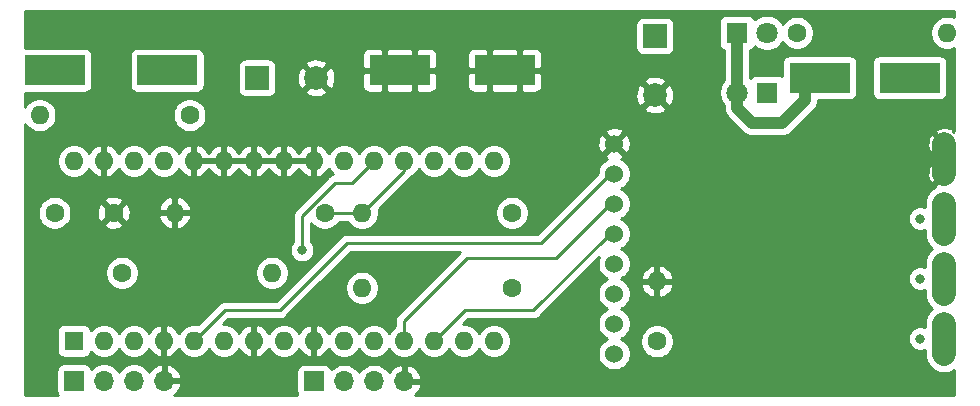
<source format=gtl>
%TF.GenerationSoftware,KiCad,Pcbnew,(5.1.12)-1*%
%TF.CreationDate,2022-06-03T19:16:28+02:00*%
%TF.ProjectId,pypilot,70797069-6c6f-4742-9e6b-696361645f70,rev?*%
%TF.SameCoordinates,Original*%
%TF.FileFunction,Copper,L1,Top*%
%TF.FilePolarity,Positive*%
%FSLAX46Y46*%
G04 Gerber Fmt 4.6, Leading zero omitted, Abs format (unit mm)*
G04 Created by KiCad (PCBNEW (5.1.12)-1) date 2022-06-03 19:16:28*
%MOMM*%
%LPD*%
G01*
G04 APERTURE LIST*
%TA.AperFunction,ComponentPad*%
%ADD10R,2.540000X2.540000*%
%TD*%
%TA.AperFunction,ComponentPad*%
%ADD11O,1.600000X1.600000*%
%TD*%
%TA.AperFunction,ComponentPad*%
%ADD12C,1.600000*%
%TD*%
%TA.AperFunction,ComponentPad*%
%ADD13O,1.700000X1.700000*%
%TD*%
%TA.AperFunction,ComponentPad*%
%ADD14R,1.700000X1.700000*%
%TD*%
%TA.AperFunction,ComponentPad*%
%ADD15C,2.000000*%
%TD*%
%TA.AperFunction,ComponentPad*%
%ADD16R,2.000000X2.000000*%
%TD*%
%TA.AperFunction,ComponentPad*%
%ADD17C,1.524000*%
%TD*%
%TA.AperFunction,ComponentPad*%
%ADD18R,1.600000X1.600000*%
%TD*%
%TA.AperFunction,ComponentPad*%
%ADD19C,1.800000*%
%TD*%
%TA.AperFunction,ComponentPad*%
%ADD20R,1.800000X1.800000*%
%TD*%
%TA.AperFunction,ViaPad*%
%ADD21C,0.800000*%
%TD*%
%TA.AperFunction,Conductor*%
%ADD22C,2.000000*%
%TD*%
%TA.AperFunction,Conductor*%
%ADD23C,0.250000*%
%TD*%
%TA.AperFunction,Conductor*%
%ADD24C,1.000000*%
%TD*%
%TA.AperFunction,Conductor*%
%ADD25C,0.254000*%
%TD*%
%TA.AperFunction,Conductor*%
%ADD26C,0.100000*%
%TD*%
G04 APERTURE END LIST*
D10*
%TO.P,J11,1*%
%TO.N,/MOTORB*%
X178435000Y-101600000D03*
X180975000Y-101600000D03*
%TD*%
%TO.P,J8,1*%
%TO.N,/MOTORA*%
X170815000Y-101600000D03*
X173355000Y-101600000D03*
%TD*%
D11*
%TO.P,R4,2*%
%TO.N,Net-(A3-Pad21)*%
X125730000Y-118110000D03*
D12*
%TO.P,R4,1*%
%TO.N,Net-(A3-Pad27)*%
X113030000Y-118110000D03*
%TD*%
D11*
%TO.P,TH1,2*%
%TO.N,GND*%
X158318200Y-118846600D03*
D12*
%TO.P,TH1,1*%
%TO.N,Net-(A3-Pad21)*%
X158318200Y-123926600D03*
%TD*%
D11*
%TO.P,R9,2*%
%TO.N,Net-(A3-Pad20)*%
X133350000Y-119380000D03*
D12*
%TO.P,R9,1*%
%TO.N,Net-(A4-Pad14)*%
X146050000Y-119380000D03*
%TD*%
D11*
%TO.P,R6,2*%
%TO.N,GND*%
X117475000Y-113030000D03*
D12*
%TO.P,R6,1*%
%TO.N,Net-(A3-Pad19)*%
X130175000Y-113030000D03*
%TD*%
D11*
%TO.P,R5,2*%
%TO.N,+12V*%
X106045000Y-104775000D03*
D12*
%TO.P,R5,1*%
%TO.N,Net-(A3-Pad30)*%
X118745000Y-104775000D03*
%TD*%
D11*
%TO.P,R3,2*%
%TO.N,Net-(A3-Pad19)*%
X133350000Y-113030000D03*
D12*
%TO.P,R3,1*%
%TO.N,+12V*%
X146050000Y-113030000D03*
%TD*%
D10*
%TO.P,J13,1*%
%TO.N,GND*%
X144145000Y-100965000D03*
X146685000Y-100965000D03*
%TD*%
%TO.P,J12,1*%
%TO.N,GND*%
X135255000Y-100965000D03*
X137795000Y-100965000D03*
%TD*%
D13*
%TO.P,J9,4*%
%TO.N,GND*%
X136906000Y-127304800D03*
%TO.P,J9,3*%
%TO.N,Net-(A3-Pad11)*%
X134366000Y-127304800D03*
%TO.P,J9,2*%
%TO.N,Net-(A3-Pad10)*%
X131826000Y-127304800D03*
D14*
%TO.P,J9,1*%
%TO.N,Net-(J9-Pad1)*%
X129286000Y-127304800D03*
%TD*%
D13*
%TO.P,J7,4*%
%TO.N,GND*%
X116586000Y-127254000D03*
%TO.P,J7,3*%
%TO.N,Net-(J7-Pad3)*%
X114046000Y-127254000D03*
%TO.P,J7,2*%
%TO.N,Net-(A3-Pad2)*%
X111506000Y-127254000D03*
D14*
%TO.P,J7,1*%
%TO.N,Net-(A3-Pad1)*%
X108966000Y-127254000D03*
%TD*%
D10*
%TO.P,J5,1*%
%TO.N,+12V*%
X115570000Y-100965000D03*
X118110000Y-100965000D03*
%TD*%
%TO.P,J4,1*%
%TO.N,+12V*%
X106045000Y-100965000D03*
X108585000Y-100965000D03*
%TD*%
D15*
%TO.P,C9,2*%
%TO.N,GND*%
X158140400Y-103069400D03*
D16*
%TO.P,C9,1*%
%TO.N,+12V*%
X158140400Y-98069400D03*
%TD*%
D15*
%TO.P,C8,2*%
%TO.N,GND*%
X129460000Y-101600000D03*
D16*
%TO.P,C8,1*%
%TO.N,Net-(A3-Pad30)*%
X124460000Y-101600000D03*
%TD*%
D12*
%TO.P,C7,2*%
%TO.N,GND*%
X112315000Y-113030000D03*
%TO.P,C7,1*%
%TO.N,Net-(A3-Pad30)*%
X107315000Y-113030000D03*
%TD*%
D17*
%TO.P,A4,1*%
%TO.N,+12V*%
X182626000Y-124968000D03*
%TO.P,A4,2*%
X182626000Y-122428000D03*
%TO.P,A4,3*%
%TO.N,/MOTORA*%
X182626000Y-119888000D03*
%TO.P,A4,4*%
X182626000Y-117348000D03*
%TO.P,A4,5*%
%TO.N,/MOTORB*%
X182626000Y-114808000D03*
%TO.P,A4,6*%
X182626000Y-112268000D03*
%TO.P,A4,7*%
%TO.N,GND*%
X182626000Y-109728000D03*
%TO.P,A4,8*%
X182626000Y-107188000D03*
%TO.P,A4,9*%
X154686000Y-107188000D03*
%TO.P,A4,10*%
%TO.N,DIR*%
X154686000Y-109728000D03*
%TO.P,A4,11*%
%TO.N,PWM*%
X154686000Y-112268000D03*
%TO.P,A4,12*%
%TO.N,~SLP*%
X154686000Y-114808000D03*
%TO.P,A4,13*%
%TO.N,Net-(A4-Pad13)*%
X154686000Y-117348000D03*
%TO.P,A4,14*%
%TO.N,Net-(A4-Pad14)*%
X154686000Y-119888000D03*
%TO.P,A4,15*%
%TO.N,Net-(A4-Pad15)*%
X154686000Y-122428000D03*
%TO.P,A4,16*%
%TO.N,Net-(A4-Pad16)*%
X154686000Y-124968000D03*
%TD*%
D11*
%TO.P,A3,16*%
%TO.N,Net-(A3-Pad16)*%
X144510000Y-108640000D03*
%TO.P,A3,15*%
%TO.N,Net-(A3-Pad15)*%
X144510000Y-123880000D03*
%TO.P,A3,30*%
%TO.N,Net-(A3-Pad30)*%
X108950000Y-108640000D03*
%TO.P,A3,14*%
%TO.N,Net-(A3-Pad14)*%
X141970000Y-123880000D03*
%TO.P,A3,29*%
%TO.N,GND*%
X111490000Y-108640000D03*
%TO.P,A3,13*%
%TO.N,~SLP*%
X139430000Y-123880000D03*
%TO.P,A3,28*%
%TO.N,Net-(A3-Pad28)*%
X114030000Y-108640000D03*
%TO.P,A3,12*%
%TO.N,PWM*%
X136890000Y-123880000D03*
%TO.P,A3,27*%
%TO.N,Net-(A3-Pad27)*%
X116570000Y-108640000D03*
%TO.P,A3,11*%
%TO.N,Net-(A3-Pad11)*%
X134350000Y-123880000D03*
%TO.P,A3,26*%
%TO.N,GND*%
X119110000Y-108640000D03*
%TO.P,A3,10*%
%TO.N,Net-(A3-Pad10)*%
X131810000Y-123880000D03*
%TO.P,A3,25*%
%TO.N,GND*%
X121650000Y-108640000D03*
%TO.P,A3,9*%
X129270000Y-123880000D03*
%TO.P,A3,24*%
X124190000Y-108640000D03*
%TO.P,A3,8*%
%TO.N,Net-(A3-Pad8)*%
X126730000Y-123880000D03*
%TO.P,A3,23*%
%TO.N,GND*%
X126730000Y-108640000D03*
%TO.P,A3,7*%
X124190000Y-123880000D03*
%TO.P,A3,22*%
X129270000Y-108640000D03*
%TO.P,A3,6*%
%TO.N,Net-(A3-Pad6)*%
X121650000Y-123880000D03*
%TO.P,A3,21*%
%TO.N,Net-(A3-Pad21)*%
X131810000Y-108640000D03*
%TO.P,A3,5*%
%TO.N,DIR*%
X119110000Y-123880000D03*
%TO.P,A3,20*%
%TO.N,Net-(A3-Pad20)*%
X134350000Y-108640000D03*
%TO.P,A3,4*%
%TO.N,GND*%
X116570000Y-123880000D03*
%TO.P,A3,19*%
%TO.N,Net-(A3-Pad19)*%
X136890000Y-108640000D03*
%TO.P,A3,3*%
%TO.N,Net-(A3-Pad3)*%
X114030000Y-123880000D03*
%TO.P,A3,18*%
%TO.N,Net-(A3-Pad18)*%
X139430000Y-108640000D03*
%TO.P,A3,2*%
%TO.N,Net-(A3-Pad2)*%
X111490000Y-123880000D03*
%TO.P,A3,17*%
%TO.N,Net-(A3-Pad17)*%
X141970000Y-108640000D03*
D18*
%TO.P,A3,1*%
%TO.N,Net-(A3-Pad1)*%
X108950000Y-123880000D03*
%TD*%
D19*
%TO.P,D2,2*%
%TO.N,/MOTORA*%
X165100000Y-102870000D03*
D20*
%TO.P,D2,1*%
%TO.N,Net-(D2-Pad1)*%
X167640000Y-102870000D03*
%TD*%
D19*
%TO.P,D3,2*%
%TO.N,Net-(D2-Pad1)*%
X167640000Y-97790000D03*
D20*
%TO.P,D3,1*%
%TO.N,/MOTORA*%
X165100000Y-97790000D03*
%TD*%
D11*
%TO.P,R10,2*%
%TO.N,/MOTORB*%
X182880000Y-97790000D03*
D12*
%TO.P,R10,1*%
%TO.N,Net-(D2-Pad1)*%
X170180000Y-97790000D03*
%TD*%
D21*
%TO.N,+12V*%
X180594000Y-123698000D03*
%TO.N,Net-(A3-Pad20)*%
X128270000Y-116205000D03*
%TO.N,/MOTORA*%
X180594000Y-118618000D03*
%TO.N,/MOTORB*%
X180594000Y-113538000D03*
%TD*%
D22*
%TO.N,GND*%
X182626000Y-107188000D02*
X182626000Y-109728000D01*
%TO.N,+12V*%
X182626000Y-122428000D02*
X182626000Y-124968000D01*
D23*
%TO.N,Net-(A3-Pad30)*%
X107735000Y-112610000D02*
X107315000Y-113030000D01*
%TO.N,~SLP*%
X139430000Y-123880000D02*
X142025000Y-121285000D01*
X147853400Y-121285000D02*
X147828000Y-121285000D01*
X154254200Y-114884200D02*
X147853400Y-121285000D01*
X142025000Y-121285000D02*
X147828000Y-121285000D01*
%TO.N,PWM*%
X136890000Y-123880000D02*
X136890000Y-122190000D01*
X136890000Y-122190000D02*
X142240000Y-116840000D01*
X149758400Y-116840000D02*
X149250400Y-116840000D01*
X154254200Y-112344200D02*
X149758400Y-116840000D01*
X142240000Y-116840000D02*
X149250400Y-116840000D01*
%TO.N,DIR*%
X119110000Y-123880000D02*
X121705000Y-121285000D01*
X121705000Y-121285000D02*
X126365000Y-121285000D01*
X126365000Y-121285000D02*
X132080000Y-115570000D01*
X148488400Y-115570000D02*
X148183600Y-115570000D01*
X154254200Y-109804200D02*
X148488400Y-115570000D01*
X132080000Y-115570000D02*
X148183600Y-115570000D01*
%TO.N,Net-(A3-Pad20)*%
X128270000Y-113269998D02*
X131049998Y-110490000D01*
X128270000Y-116205000D02*
X128270000Y-113269998D01*
X133350000Y-109640000D02*
X134350000Y-108640000D01*
X132500000Y-110490000D02*
X134350000Y-108640000D01*
X131049998Y-110490000D02*
X132500000Y-110490000D01*
%TO.N,Net-(A3-Pad19)*%
X130175000Y-113030000D02*
X133350000Y-113030000D01*
X136890000Y-109490000D02*
X136890000Y-108640000D01*
X133350000Y-113030000D02*
X136890000Y-109490000D01*
D22*
%TO.N,/MOTORA*%
X182626000Y-117348000D02*
X182626000Y-119888000D01*
D24*
X165100000Y-97790000D02*
X165100000Y-102870000D01*
X165100000Y-104142792D02*
X166367208Y-105410000D01*
X165100000Y-102870000D02*
X165100000Y-104142792D01*
X166367208Y-105410000D02*
X168910000Y-105410000D01*
X170815000Y-103505000D02*
X170815000Y-101600000D01*
X168910000Y-105410000D02*
X170815000Y-103505000D01*
D22*
%TO.N,/MOTORB*%
X182626000Y-112268000D02*
X182626000Y-114808000D01*
%TD*%
D25*
%TO.N,GND*%
X183490001Y-96489439D02*
X183298574Y-96410147D01*
X183021335Y-96355000D01*
X182738665Y-96355000D01*
X182461426Y-96410147D01*
X182200273Y-96518320D01*
X181965241Y-96675363D01*
X181765363Y-96875241D01*
X181608320Y-97110273D01*
X181500147Y-97371426D01*
X181445000Y-97648665D01*
X181445000Y-97931335D01*
X181500147Y-98208574D01*
X181608320Y-98469727D01*
X181765363Y-98704759D01*
X181965241Y-98904637D01*
X182200273Y-99061680D01*
X182461426Y-99169853D01*
X182738665Y-99225000D01*
X183021335Y-99225000D01*
X183298574Y-99169853D01*
X183490001Y-99090561D01*
X183490001Y-106144391D01*
X183411959Y-106222433D01*
X183344980Y-105982344D01*
X183095952Y-105865244D01*
X182828865Y-105798977D01*
X182553983Y-105786090D01*
X182281867Y-105827078D01*
X182022977Y-105920364D01*
X181907020Y-105982344D01*
X181840040Y-106222435D01*
X182626000Y-107008395D01*
X182640143Y-106994253D01*
X182819748Y-107173858D01*
X182805605Y-107188000D01*
X182819748Y-107202143D01*
X182640143Y-107381748D01*
X182626000Y-107367605D01*
X181840040Y-108153565D01*
X181907020Y-108393656D01*
X182037644Y-108455079D01*
X182022977Y-108460364D01*
X181907020Y-108522344D01*
X181840040Y-108762435D01*
X182626000Y-109548395D01*
X182640143Y-109534253D01*
X182819748Y-109713858D01*
X182805605Y-109728000D01*
X182819748Y-109742143D01*
X182640143Y-109921748D01*
X182626000Y-109907605D01*
X181840040Y-110693565D01*
X181874182Y-110815948D01*
X181713248Y-110901969D01*
X181464286Y-111106286D01*
X181259969Y-111355249D01*
X181108148Y-111639286D01*
X181014657Y-111947485D01*
X180991000Y-112187679D01*
X180991000Y-112582167D01*
X180895898Y-112542774D01*
X180695939Y-112503000D01*
X180492061Y-112503000D01*
X180292102Y-112542774D01*
X180103744Y-112620795D01*
X179934226Y-112734063D01*
X179790063Y-112878226D01*
X179676795Y-113047744D01*
X179598774Y-113236102D01*
X179559000Y-113436061D01*
X179559000Y-113639939D01*
X179598774Y-113839898D01*
X179676795Y-114028256D01*
X179790063Y-114197774D01*
X179934226Y-114341937D01*
X180103744Y-114455205D01*
X180292102Y-114533226D01*
X180492061Y-114573000D01*
X180695939Y-114573000D01*
X180895898Y-114533226D01*
X180991001Y-114493833D01*
X180991001Y-114888322D01*
X181014658Y-115128516D01*
X181108149Y-115436715D01*
X181259970Y-115720752D01*
X181464287Y-115969714D01*
X181596234Y-116078000D01*
X181464286Y-116186286D01*
X181259969Y-116435249D01*
X181108148Y-116719286D01*
X181014657Y-117027485D01*
X180991000Y-117267679D01*
X180991000Y-117662167D01*
X180895898Y-117622774D01*
X180695939Y-117583000D01*
X180492061Y-117583000D01*
X180292102Y-117622774D01*
X180103744Y-117700795D01*
X179934226Y-117814063D01*
X179790063Y-117958226D01*
X179676795Y-118127744D01*
X179598774Y-118316102D01*
X179559000Y-118516061D01*
X179559000Y-118719939D01*
X179598774Y-118919898D01*
X179676795Y-119108256D01*
X179790063Y-119277774D01*
X179934226Y-119421937D01*
X180103744Y-119535205D01*
X180292102Y-119613226D01*
X180492061Y-119653000D01*
X180695939Y-119653000D01*
X180895898Y-119613226D01*
X180991001Y-119573833D01*
X180991001Y-119968322D01*
X181014658Y-120208516D01*
X181108149Y-120516715D01*
X181259970Y-120800752D01*
X181464287Y-121049714D01*
X181596234Y-121158000D01*
X181464286Y-121266286D01*
X181259969Y-121515249D01*
X181108148Y-121799286D01*
X181014657Y-122107485D01*
X180991000Y-122347679D01*
X180991000Y-122742167D01*
X180895898Y-122702774D01*
X180695939Y-122663000D01*
X180492061Y-122663000D01*
X180292102Y-122702774D01*
X180103744Y-122780795D01*
X179934226Y-122894063D01*
X179790063Y-123038226D01*
X179676795Y-123207744D01*
X179598774Y-123396102D01*
X179559000Y-123596061D01*
X179559000Y-123799939D01*
X179598774Y-123999898D01*
X179676795Y-124188256D01*
X179790063Y-124357774D01*
X179934226Y-124501937D01*
X180103744Y-124615205D01*
X180292102Y-124693226D01*
X180492061Y-124733000D01*
X180695939Y-124733000D01*
X180895898Y-124693226D01*
X180991001Y-124653833D01*
X180991001Y-125048322D01*
X181014658Y-125288516D01*
X181108149Y-125596715D01*
X181259970Y-125880752D01*
X181464287Y-126129714D01*
X181713249Y-126334031D01*
X181997286Y-126485852D01*
X182305485Y-126579343D01*
X182626000Y-126610911D01*
X182946516Y-126579343D01*
X183254715Y-126485852D01*
X183490000Y-126360089D01*
X183490000Y-128448200D01*
X137844850Y-128448200D01*
X137906269Y-128402388D01*
X138101178Y-128186155D01*
X138250157Y-127936052D01*
X138347481Y-127661691D01*
X138226814Y-127431800D01*
X137033000Y-127431800D01*
X137033000Y-127451800D01*
X136779000Y-127451800D01*
X136779000Y-127431800D01*
X136759000Y-127431800D01*
X136759000Y-127177800D01*
X136779000Y-127177800D01*
X136779000Y-125984645D01*
X137033000Y-125984645D01*
X137033000Y-127177800D01*
X138226814Y-127177800D01*
X138347481Y-126947909D01*
X138250157Y-126673548D01*
X138101178Y-126423445D01*
X137906269Y-126207212D01*
X137672920Y-126033159D01*
X137410099Y-125907975D01*
X137262890Y-125863324D01*
X137033000Y-125984645D01*
X136779000Y-125984645D01*
X136549110Y-125863324D01*
X136401901Y-125907975D01*
X136139080Y-126033159D01*
X135905731Y-126207212D01*
X135710822Y-126423445D01*
X135641195Y-126540334D01*
X135519475Y-126358168D01*
X135312632Y-126151325D01*
X135069411Y-125988810D01*
X134799158Y-125876868D01*
X134512260Y-125819800D01*
X134219740Y-125819800D01*
X133932842Y-125876868D01*
X133662589Y-125988810D01*
X133419368Y-126151325D01*
X133212525Y-126358168D01*
X133096000Y-126532560D01*
X132979475Y-126358168D01*
X132772632Y-126151325D01*
X132529411Y-125988810D01*
X132259158Y-125876868D01*
X131972260Y-125819800D01*
X131679740Y-125819800D01*
X131392842Y-125876868D01*
X131122589Y-125988810D01*
X130879368Y-126151325D01*
X130747513Y-126283180D01*
X130725502Y-126210620D01*
X130666537Y-126100306D01*
X130587185Y-126003615D01*
X130490494Y-125924263D01*
X130380180Y-125865298D01*
X130260482Y-125828988D01*
X130136000Y-125816728D01*
X128436000Y-125816728D01*
X128311518Y-125828988D01*
X128191820Y-125865298D01*
X128081506Y-125924263D01*
X127984815Y-126003615D01*
X127905463Y-126100306D01*
X127846498Y-126210620D01*
X127810188Y-126330318D01*
X127797928Y-126454800D01*
X127797928Y-128154800D01*
X127810188Y-128279282D01*
X127846498Y-128398980D01*
X127872807Y-128448200D01*
X117456743Y-128448200D01*
X117586269Y-128351588D01*
X117781178Y-128135355D01*
X117930157Y-127885252D01*
X118027481Y-127610891D01*
X117906814Y-127381000D01*
X116713000Y-127381000D01*
X116713000Y-127401000D01*
X116459000Y-127401000D01*
X116459000Y-127381000D01*
X116439000Y-127381000D01*
X116439000Y-127127000D01*
X116459000Y-127127000D01*
X116459000Y-125933845D01*
X116713000Y-125933845D01*
X116713000Y-127127000D01*
X117906814Y-127127000D01*
X118027481Y-126897109D01*
X117930157Y-126622748D01*
X117781178Y-126372645D01*
X117586269Y-126156412D01*
X117352920Y-125982359D01*
X117090099Y-125857175D01*
X116942890Y-125812524D01*
X116713000Y-125933845D01*
X116459000Y-125933845D01*
X116229110Y-125812524D01*
X116081901Y-125857175D01*
X115819080Y-125982359D01*
X115585731Y-126156412D01*
X115390822Y-126372645D01*
X115321195Y-126489534D01*
X115199475Y-126307368D01*
X114992632Y-126100525D01*
X114749411Y-125938010D01*
X114479158Y-125826068D01*
X114192260Y-125769000D01*
X113899740Y-125769000D01*
X113612842Y-125826068D01*
X113342589Y-125938010D01*
X113099368Y-126100525D01*
X112892525Y-126307368D01*
X112776000Y-126481760D01*
X112659475Y-126307368D01*
X112452632Y-126100525D01*
X112209411Y-125938010D01*
X111939158Y-125826068D01*
X111652260Y-125769000D01*
X111359740Y-125769000D01*
X111072842Y-125826068D01*
X110802589Y-125938010D01*
X110559368Y-126100525D01*
X110427513Y-126232380D01*
X110405502Y-126159820D01*
X110346537Y-126049506D01*
X110267185Y-125952815D01*
X110170494Y-125873463D01*
X110060180Y-125814498D01*
X109940482Y-125778188D01*
X109816000Y-125765928D01*
X108116000Y-125765928D01*
X107991518Y-125778188D01*
X107871820Y-125814498D01*
X107761506Y-125873463D01*
X107664815Y-125952815D01*
X107585463Y-126049506D01*
X107526498Y-126159820D01*
X107490188Y-126279518D01*
X107477928Y-126404000D01*
X107477928Y-128104000D01*
X107490188Y-128228482D01*
X107526498Y-128348180D01*
X107579961Y-128448200D01*
X104800000Y-128448200D01*
X104800000Y-123080000D01*
X107511928Y-123080000D01*
X107511928Y-124680000D01*
X107524188Y-124804482D01*
X107560498Y-124924180D01*
X107619463Y-125034494D01*
X107698815Y-125131185D01*
X107795506Y-125210537D01*
X107905820Y-125269502D01*
X108025518Y-125305812D01*
X108150000Y-125318072D01*
X109750000Y-125318072D01*
X109874482Y-125305812D01*
X109994180Y-125269502D01*
X110104494Y-125210537D01*
X110201185Y-125131185D01*
X110280537Y-125034494D01*
X110339502Y-124924180D01*
X110375812Y-124804482D01*
X110376643Y-124796039D01*
X110575241Y-124994637D01*
X110810273Y-125151680D01*
X111071426Y-125259853D01*
X111348665Y-125315000D01*
X111631335Y-125315000D01*
X111908574Y-125259853D01*
X112169727Y-125151680D01*
X112404759Y-124994637D01*
X112604637Y-124794759D01*
X112760000Y-124562241D01*
X112915363Y-124794759D01*
X113115241Y-124994637D01*
X113350273Y-125151680D01*
X113611426Y-125259853D01*
X113888665Y-125315000D01*
X114171335Y-125315000D01*
X114448574Y-125259853D01*
X114709727Y-125151680D01*
X114944759Y-124994637D01*
X115144637Y-124794759D01*
X115301680Y-124559727D01*
X115306067Y-124549135D01*
X115417615Y-124735131D01*
X115606586Y-124943519D01*
X115832580Y-125111037D01*
X116086913Y-125231246D01*
X116220961Y-125271904D01*
X116443000Y-125149915D01*
X116443000Y-124007000D01*
X116423000Y-124007000D01*
X116423000Y-123753000D01*
X116443000Y-123753000D01*
X116443000Y-122610085D01*
X116697000Y-122610085D01*
X116697000Y-123753000D01*
X116717000Y-123753000D01*
X116717000Y-124007000D01*
X116697000Y-124007000D01*
X116697000Y-125149915D01*
X116919039Y-125271904D01*
X117053087Y-125231246D01*
X117307420Y-125111037D01*
X117533414Y-124943519D01*
X117722385Y-124735131D01*
X117833933Y-124549135D01*
X117838320Y-124559727D01*
X117995363Y-124794759D01*
X118195241Y-124994637D01*
X118430273Y-125151680D01*
X118691426Y-125259853D01*
X118968665Y-125315000D01*
X119251335Y-125315000D01*
X119528574Y-125259853D01*
X119789727Y-125151680D01*
X120024759Y-124994637D01*
X120224637Y-124794759D01*
X120380000Y-124562241D01*
X120535363Y-124794759D01*
X120735241Y-124994637D01*
X120970273Y-125151680D01*
X121231426Y-125259853D01*
X121508665Y-125315000D01*
X121791335Y-125315000D01*
X122068574Y-125259853D01*
X122329727Y-125151680D01*
X122564759Y-124994637D01*
X122764637Y-124794759D01*
X122921680Y-124559727D01*
X122926067Y-124549135D01*
X123037615Y-124735131D01*
X123226586Y-124943519D01*
X123452580Y-125111037D01*
X123706913Y-125231246D01*
X123840961Y-125271904D01*
X124063000Y-125149915D01*
X124063000Y-124007000D01*
X124043000Y-124007000D01*
X124043000Y-123753000D01*
X124063000Y-123753000D01*
X124063000Y-122610085D01*
X124317000Y-122610085D01*
X124317000Y-123753000D01*
X124337000Y-123753000D01*
X124337000Y-124007000D01*
X124317000Y-124007000D01*
X124317000Y-125149915D01*
X124539039Y-125271904D01*
X124673087Y-125231246D01*
X124927420Y-125111037D01*
X125153414Y-124943519D01*
X125342385Y-124735131D01*
X125453933Y-124549135D01*
X125458320Y-124559727D01*
X125615363Y-124794759D01*
X125815241Y-124994637D01*
X126050273Y-125151680D01*
X126311426Y-125259853D01*
X126588665Y-125315000D01*
X126871335Y-125315000D01*
X127148574Y-125259853D01*
X127409727Y-125151680D01*
X127644759Y-124994637D01*
X127844637Y-124794759D01*
X128001680Y-124559727D01*
X128006067Y-124549135D01*
X128117615Y-124735131D01*
X128306586Y-124943519D01*
X128532580Y-125111037D01*
X128786913Y-125231246D01*
X128920961Y-125271904D01*
X129143000Y-125149915D01*
X129143000Y-124007000D01*
X129123000Y-124007000D01*
X129123000Y-123753000D01*
X129143000Y-123753000D01*
X129143000Y-122610085D01*
X128920961Y-122488096D01*
X128786913Y-122528754D01*
X128532580Y-122648963D01*
X128306586Y-122816481D01*
X128117615Y-123024869D01*
X128006067Y-123210865D01*
X128001680Y-123200273D01*
X127844637Y-122965241D01*
X127644759Y-122765363D01*
X127409727Y-122608320D01*
X127148574Y-122500147D01*
X126871335Y-122445000D01*
X126588665Y-122445000D01*
X126311426Y-122500147D01*
X126050273Y-122608320D01*
X125815241Y-122765363D01*
X125615363Y-122965241D01*
X125458320Y-123200273D01*
X125453933Y-123210865D01*
X125342385Y-123024869D01*
X125153414Y-122816481D01*
X124927420Y-122648963D01*
X124673087Y-122528754D01*
X124539039Y-122488096D01*
X124317000Y-122610085D01*
X124063000Y-122610085D01*
X123840961Y-122488096D01*
X123706913Y-122528754D01*
X123452580Y-122648963D01*
X123226586Y-122816481D01*
X123037615Y-123024869D01*
X122926067Y-123210865D01*
X122921680Y-123200273D01*
X122764637Y-122965241D01*
X122564759Y-122765363D01*
X122329727Y-122608320D01*
X122068574Y-122500147D01*
X121791335Y-122445000D01*
X121619802Y-122445000D01*
X122019802Y-122045000D01*
X126327678Y-122045000D01*
X126365000Y-122048676D01*
X126402322Y-122045000D01*
X126402333Y-122045000D01*
X126513986Y-122034003D01*
X126657247Y-121990546D01*
X126789276Y-121919974D01*
X126905001Y-121825001D01*
X126928804Y-121795997D01*
X129486136Y-119238665D01*
X131915000Y-119238665D01*
X131915000Y-119521335D01*
X131970147Y-119798574D01*
X132078320Y-120059727D01*
X132235363Y-120294759D01*
X132435241Y-120494637D01*
X132670273Y-120651680D01*
X132931426Y-120759853D01*
X133208665Y-120815000D01*
X133491335Y-120815000D01*
X133768574Y-120759853D01*
X134029727Y-120651680D01*
X134264759Y-120494637D01*
X134464637Y-120294759D01*
X134621680Y-120059727D01*
X134729853Y-119798574D01*
X134785000Y-119521335D01*
X134785000Y-119238665D01*
X134729853Y-118961426D01*
X134621680Y-118700273D01*
X134464637Y-118465241D01*
X134264759Y-118265363D01*
X134029727Y-118108320D01*
X133768574Y-118000147D01*
X133491335Y-117945000D01*
X133208665Y-117945000D01*
X132931426Y-118000147D01*
X132670273Y-118108320D01*
X132435241Y-118265363D01*
X132235363Y-118465241D01*
X132078320Y-118700273D01*
X131970147Y-118961426D01*
X131915000Y-119238665D01*
X129486136Y-119238665D01*
X132394802Y-116330000D01*
X141675198Y-116330000D01*
X136378998Y-121626201D01*
X136350000Y-121649999D01*
X136326202Y-121678997D01*
X136326201Y-121678998D01*
X136255026Y-121765724D01*
X136184454Y-121897754D01*
X136177714Y-121919974D01*
X136140998Y-122041014D01*
X136140243Y-122048676D01*
X136126324Y-122190000D01*
X136130001Y-122227332D01*
X136130001Y-122661956D01*
X135975241Y-122765363D01*
X135775363Y-122965241D01*
X135620000Y-123197759D01*
X135464637Y-122965241D01*
X135264759Y-122765363D01*
X135029727Y-122608320D01*
X134768574Y-122500147D01*
X134491335Y-122445000D01*
X134208665Y-122445000D01*
X133931426Y-122500147D01*
X133670273Y-122608320D01*
X133435241Y-122765363D01*
X133235363Y-122965241D01*
X133080000Y-123197759D01*
X132924637Y-122965241D01*
X132724759Y-122765363D01*
X132489727Y-122608320D01*
X132228574Y-122500147D01*
X131951335Y-122445000D01*
X131668665Y-122445000D01*
X131391426Y-122500147D01*
X131130273Y-122608320D01*
X130895241Y-122765363D01*
X130695363Y-122965241D01*
X130538320Y-123200273D01*
X130533933Y-123210865D01*
X130422385Y-123024869D01*
X130233414Y-122816481D01*
X130007420Y-122648963D01*
X129753087Y-122528754D01*
X129619039Y-122488096D01*
X129397000Y-122610085D01*
X129397000Y-123753000D01*
X129417000Y-123753000D01*
X129417000Y-124007000D01*
X129397000Y-124007000D01*
X129397000Y-125149915D01*
X129619039Y-125271904D01*
X129753087Y-125231246D01*
X130007420Y-125111037D01*
X130233414Y-124943519D01*
X130422385Y-124735131D01*
X130533933Y-124549135D01*
X130538320Y-124559727D01*
X130695363Y-124794759D01*
X130895241Y-124994637D01*
X131130273Y-125151680D01*
X131391426Y-125259853D01*
X131668665Y-125315000D01*
X131951335Y-125315000D01*
X132228574Y-125259853D01*
X132489727Y-125151680D01*
X132724759Y-124994637D01*
X132924637Y-124794759D01*
X133080000Y-124562241D01*
X133235363Y-124794759D01*
X133435241Y-124994637D01*
X133670273Y-125151680D01*
X133931426Y-125259853D01*
X134208665Y-125315000D01*
X134491335Y-125315000D01*
X134768574Y-125259853D01*
X135029727Y-125151680D01*
X135264759Y-124994637D01*
X135464637Y-124794759D01*
X135620000Y-124562241D01*
X135775363Y-124794759D01*
X135975241Y-124994637D01*
X136210273Y-125151680D01*
X136471426Y-125259853D01*
X136748665Y-125315000D01*
X137031335Y-125315000D01*
X137308574Y-125259853D01*
X137569727Y-125151680D01*
X137804759Y-124994637D01*
X138004637Y-124794759D01*
X138160000Y-124562241D01*
X138315363Y-124794759D01*
X138515241Y-124994637D01*
X138750273Y-125151680D01*
X139011426Y-125259853D01*
X139288665Y-125315000D01*
X139571335Y-125315000D01*
X139848574Y-125259853D01*
X140109727Y-125151680D01*
X140344759Y-124994637D01*
X140544637Y-124794759D01*
X140700000Y-124562241D01*
X140855363Y-124794759D01*
X141055241Y-124994637D01*
X141290273Y-125151680D01*
X141551426Y-125259853D01*
X141828665Y-125315000D01*
X142111335Y-125315000D01*
X142388574Y-125259853D01*
X142649727Y-125151680D01*
X142884759Y-124994637D01*
X143084637Y-124794759D01*
X143240000Y-124562241D01*
X143395363Y-124794759D01*
X143595241Y-124994637D01*
X143830273Y-125151680D01*
X144091426Y-125259853D01*
X144368665Y-125315000D01*
X144651335Y-125315000D01*
X144928574Y-125259853D01*
X145189727Y-125151680D01*
X145424759Y-124994637D01*
X145624637Y-124794759D01*
X145781680Y-124559727D01*
X145889853Y-124298574D01*
X145945000Y-124021335D01*
X145945000Y-123738665D01*
X145889853Y-123461426D01*
X145781680Y-123200273D01*
X145624637Y-122965241D01*
X145424759Y-122765363D01*
X145189727Y-122608320D01*
X144928574Y-122500147D01*
X144651335Y-122445000D01*
X144368665Y-122445000D01*
X144091426Y-122500147D01*
X143830273Y-122608320D01*
X143595241Y-122765363D01*
X143395363Y-122965241D01*
X143240000Y-123197759D01*
X143084637Y-122965241D01*
X142884759Y-122765363D01*
X142649727Y-122608320D01*
X142388574Y-122500147D01*
X142111335Y-122445000D01*
X141939802Y-122445000D01*
X142339802Y-122045000D01*
X147816078Y-122045000D01*
X147853400Y-122048676D01*
X147890722Y-122045000D01*
X147890733Y-122045000D01*
X148002386Y-122034003D01*
X148145647Y-121990546D01*
X148277676Y-121919974D01*
X148393401Y-121825001D01*
X148417204Y-121795997D01*
X153392180Y-116821022D01*
X153342686Y-116940510D01*
X153289000Y-117210408D01*
X153289000Y-117485592D01*
X153342686Y-117755490D01*
X153447995Y-118009727D01*
X153600880Y-118238535D01*
X153795465Y-118433120D01*
X154024273Y-118586005D01*
X154101515Y-118618000D01*
X154024273Y-118649995D01*
X153795465Y-118802880D01*
X153600880Y-118997465D01*
X153447995Y-119226273D01*
X153342686Y-119480510D01*
X153289000Y-119750408D01*
X153289000Y-120025592D01*
X153342686Y-120295490D01*
X153447995Y-120549727D01*
X153600880Y-120778535D01*
X153795465Y-120973120D01*
X154024273Y-121126005D01*
X154101515Y-121158000D01*
X154024273Y-121189995D01*
X153795465Y-121342880D01*
X153600880Y-121537465D01*
X153447995Y-121766273D01*
X153342686Y-122020510D01*
X153289000Y-122290408D01*
X153289000Y-122565592D01*
X153342686Y-122835490D01*
X153447995Y-123089727D01*
X153600880Y-123318535D01*
X153795465Y-123513120D01*
X154024273Y-123666005D01*
X154101515Y-123698000D01*
X154024273Y-123729995D01*
X153795465Y-123882880D01*
X153600880Y-124077465D01*
X153447995Y-124306273D01*
X153342686Y-124560510D01*
X153289000Y-124830408D01*
X153289000Y-125105592D01*
X153342686Y-125375490D01*
X153447995Y-125629727D01*
X153600880Y-125858535D01*
X153795465Y-126053120D01*
X154024273Y-126206005D01*
X154278510Y-126311314D01*
X154548408Y-126365000D01*
X154823592Y-126365000D01*
X155093490Y-126311314D01*
X155347727Y-126206005D01*
X155576535Y-126053120D01*
X155771120Y-125858535D01*
X155924005Y-125629727D01*
X156029314Y-125375490D01*
X156083000Y-125105592D01*
X156083000Y-124830408D01*
X156029314Y-124560510D01*
X155924005Y-124306273D01*
X155771120Y-124077465D01*
X155576535Y-123882880D01*
X155430445Y-123785265D01*
X156883200Y-123785265D01*
X156883200Y-124067935D01*
X156938347Y-124345174D01*
X157046520Y-124606327D01*
X157203563Y-124841359D01*
X157403441Y-125041237D01*
X157638473Y-125198280D01*
X157899626Y-125306453D01*
X158176865Y-125361600D01*
X158459535Y-125361600D01*
X158736774Y-125306453D01*
X158997927Y-125198280D01*
X159232959Y-125041237D01*
X159432837Y-124841359D01*
X159589880Y-124606327D01*
X159698053Y-124345174D01*
X159753200Y-124067935D01*
X159753200Y-123785265D01*
X159698053Y-123508026D01*
X159589880Y-123246873D01*
X159432837Y-123011841D01*
X159232959Y-122811963D01*
X158997927Y-122654920D01*
X158736774Y-122546747D01*
X158459535Y-122491600D01*
X158176865Y-122491600D01*
X157899626Y-122546747D01*
X157638473Y-122654920D01*
X157403441Y-122811963D01*
X157203563Y-123011841D01*
X157046520Y-123246873D01*
X156938347Y-123508026D01*
X156883200Y-123785265D01*
X155430445Y-123785265D01*
X155347727Y-123729995D01*
X155270485Y-123698000D01*
X155347727Y-123666005D01*
X155576535Y-123513120D01*
X155771120Y-123318535D01*
X155924005Y-123089727D01*
X156029314Y-122835490D01*
X156083000Y-122565592D01*
X156083000Y-122290408D01*
X156029314Y-122020510D01*
X155924005Y-121766273D01*
X155771120Y-121537465D01*
X155576535Y-121342880D01*
X155347727Y-121189995D01*
X155270485Y-121158000D01*
X155347727Y-121126005D01*
X155576535Y-120973120D01*
X155771120Y-120778535D01*
X155924005Y-120549727D01*
X156029314Y-120295490D01*
X156083000Y-120025592D01*
X156083000Y-119750408D01*
X156029314Y-119480510D01*
X155924005Y-119226273D01*
X155903537Y-119195640D01*
X156926291Y-119195640D01*
X157021130Y-119460481D01*
X157165815Y-119701731D01*
X157354786Y-119910119D01*
X157580780Y-120077637D01*
X157835113Y-120197846D01*
X157969161Y-120238504D01*
X158191200Y-120116515D01*
X158191200Y-118973600D01*
X158445200Y-118973600D01*
X158445200Y-120116515D01*
X158667239Y-120238504D01*
X158801287Y-120197846D01*
X159055620Y-120077637D01*
X159281614Y-119910119D01*
X159470585Y-119701731D01*
X159615270Y-119460481D01*
X159710109Y-119195640D01*
X159588824Y-118973600D01*
X158445200Y-118973600D01*
X158191200Y-118973600D01*
X157047576Y-118973600D01*
X156926291Y-119195640D01*
X155903537Y-119195640D01*
X155771120Y-118997465D01*
X155576535Y-118802880D01*
X155347727Y-118649995D01*
X155270485Y-118618000D01*
X155347727Y-118586005D01*
X155480093Y-118497560D01*
X156926291Y-118497560D01*
X157047576Y-118719600D01*
X158191200Y-118719600D01*
X158191200Y-117576685D01*
X158445200Y-117576685D01*
X158445200Y-118719600D01*
X159588824Y-118719600D01*
X159710109Y-118497560D01*
X159615270Y-118232719D01*
X159470585Y-117991469D01*
X159281614Y-117783081D01*
X159055620Y-117615563D01*
X158801287Y-117495354D01*
X158667239Y-117454696D01*
X158445200Y-117576685D01*
X158191200Y-117576685D01*
X157969161Y-117454696D01*
X157835113Y-117495354D01*
X157580780Y-117615563D01*
X157354786Y-117783081D01*
X157165815Y-117991469D01*
X157021130Y-118232719D01*
X156926291Y-118497560D01*
X155480093Y-118497560D01*
X155576535Y-118433120D01*
X155771120Y-118238535D01*
X155924005Y-118009727D01*
X156029314Y-117755490D01*
X156083000Y-117485592D01*
X156083000Y-117210408D01*
X156029314Y-116940510D01*
X155924005Y-116686273D01*
X155771120Y-116457465D01*
X155576535Y-116262880D01*
X155347727Y-116109995D01*
X155270485Y-116078000D01*
X155347727Y-116046005D01*
X155576535Y-115893120D01*
X155771120Y-115698535D01*
X155924005Y-115469727D01*
X156029314Y-115215490D01*
X156083000Y-114945592D01*
X156083000Y-114670408D01*
X156029314Y-114400510D01*
X155924005Y-114146273D01*
X155771120Y-113917465D01*
X155576535Y-113722880D01*
X155347727Y-113569995D01*
X155270485Y-113538000D01*
X155347727Y-113506005D01*
X155576535Y-113353120D01*
X155771120Y-113158535D01*
X155924005Y-112929727D01*
X156029314Y-112675490D01*
X156083000Y-112405592D01*
X156083000Y-112130408D01*
X156029314Y-111860510D01*
X155924005Y-111606273D01*
X155771120Y-111377465D01*
X155576535Y-111182880D01*
X155347727Y-111029995D01*
X155270485Y-110998000D01*
X155347727Y-110966005D01*
X155576535Y-110813120D01*
X155771120Y-110618535D01*
X155924005Y-110389727D01*
X156029314Y-110135490D01*
X156083000Y-109865592D01*
X156083000Y-109800017D01*
X181224090Y-109800017D01*
X181265078Y-110072133D01*
X181358364Y-110331023D01*
X181420344Y-110446980D01*
X181660435Y-110513960D01*
X182446395Y-109728000D01*
X181660435Y-108942040D01*
X181420344Y-109009020D01*
X181303244Y-109258048D01*
X181236977Y-109525135D01*
X181224090Y-109800017D01*
X156083000Y-109800017D01*
X156083000Y-109590408D01*
X156029314Y-109320510D01*
X155924005Y-109066273D01*
X155771120Y-108837465D01*
X155576535Y-108642880D01*
X155347727Y-108489995D01*
X155276057Y-108460308D01*
X155289023Y-108455636D01*
X155404980Y-108393656D01*
X155471960Y-108153565D01*
X154686000Y-107367605D01*
X153900040Y-108153565D01*
X153967020Y-108393656D01*
X154102760Y-108457485D01*
X154024273Y-108489995D01*
X153795465Y-108642880D01*
X153600880Y-108837465D01*
X153447995Y-109066273D01*
X153342686Y-109320510D01*
X153289000Y-109590408D01*
X153289000Y-109694598D01*
X148173599Y-114810000D01*
X132117333Y-114810000D01*
X132080000Y-114806323D01*
X132042667Y-114810000D01*
X131931014Y-114820997D01*
X131787753Y-114864454D01*
X131655724Y-114935026D01*
X131539999Y-115029999D01*
X131516201Y-115058997D01*
X126050199Y-120525000D01*
X121742322Y-120525000D01*
X121704999Y-120521324D01*
X121667676Y-120525000D01*
X121667667Y-120525000D01*
X121556014Y-120535997D01*
X121412753Y-120579454D01*
X121280724Y-120650026D01*
X121164999Y-120744999D01*
X121141201Y-120773997D01*
X119433886Y-122481312D01*
X119251335Y-122445000D01*
X118968665Y-122445000D01*
X118691426Y-122500147D01*
X118430273Y-122608320D01*
X118195241Y-122765363D01*
X117995363Y-122965241D01*
X117838320Y-123200273D01*
X117833933Y-123210865D01*
X117722385Y-123024869D01*
X117533414Y-122816481D01*
X117307420Y-122648963D01*
X117053087Y-122528754D01*
X116919039Y-122488096D01*
X116697000Y-122610085D01*
X116443000Y-122610085D01*
X116220961Y-122488096D01*
X116086913Y-122528754D01*
X115832580Y-122648963D01*
X115606586Y-122816481D01*
X115417615Y-123024869D01*
X115306067Y-123210865D01*
X115301680Y-123200273D01*
X115144637Y-122965241D01*
X114944759Y-122765363D01*
X114709727Y-122608320D01*
X114448574Y-122500147D01*
X114171335Y-122445000D01*
X113888665Y-122445000D01*
X113611426Y-122500147D01*
X113350273Y-122608320D01*
X113115241Y-122765363D01*
X112915363Y-122965241D01*
X112760000Y-123197759D01*
X112604637Y-122965241D01*
X112404759Y-122765363D01*
X112169727Y-122608320D01*
X111908574Y-122500147D01*
X111631335Y-122445000D01*
X111348665Y-122445000D01*
X111071426Y-122500147D01*
X110810273Y-122608320D01*
X110575241Y-122765363D01*
X110376643Y-122963961D01*
X110375812Y-122955518D01*
X110339502Y-122835820D01*
X110280537Y-122725506D01*
X110201185Y-122628815D01*
X110104494Y-122549463D01*
X109994180Y-122490498D01*
X109874482Y-122454188D01*
X109750000Y-122441928D01*
X108150000Y-122441928D01*
X108025518Y-122454188D01*
X107905820Y-122490498D01*
X107795506Y-122549463D01*
X107698815Y-122628815D01*
X107619463Y-122725506D01*
X107560498Y-122835820D01*
X107524188Y-122955518D01*
X107511928Y-123080000D01*
X104800000Y-123080000D01*
X104800000Y-117968665D01*
X111595000Y-117968665D01*
X111595000Y-118251335D01*
X111650147Y-118528574D01*
X111758320Y-118789727D01*
X111915363Y-119024759D01*
X112115241Y-119224637D01*
X112350273Y-119381680D01*
X112611426Y-119489853D01*
X112888665Y-119545000D01*
X113171335Y-119545000D01*
X113448574Y-119489853D01*
X113709727Y-119381680D01*
X113944759Y-119224637D01*
X114144637Y-119024759D01*
X114301680Y-118789727D01*
X114409853Y-118528574D01*
X114465000Y-118251335D01*
X114465000Y-117968665D01*
X124295000Y-117968665D01*
X124295000Y-118251335D01*
X124350147Y-118528574D01*
X124458320Y-118789727D01*
X124615363Y-119024759D01*
X124815241Y-119224637D01*
X125050273Y-119381680D01*
X125311426Y-119489853D01*
X125588665Y-119545000D01*
X125871335Y-119545000D01*
X126148574Y-119489853D01*
X126409727Y-119381680D01*
X126644759Y-119224637D01*
X126844637Y-119024759D01*
X127001680Y-118789727D01*
X127109853Y-118528574D01*
X127165000Y-118251335D01*
X127165000Y-117968665D01*
X127109853Y-117691426D01*
X127001680Y-117430273D01*
X126844637Y-117195241D01*
X126644759Y-116995363D01*
X126409727Y-116838320D01*
X126148574Y-116730147D01*
X125871335Y-116675000D01*
X125588665Y-116675000D01*
X125311426Y-116730147D01*
X125050273Y-116838320D01*
X124815241Y-116995363D01*
X124615363Y-117195241D01*
X124458320Y-117430273D01*
X124350147Y-117691426D01*
X124295000Y-117968665D01*
X114465000Y-117968665D01*
X114409853Y-117691426D01*
X114301680Y-117430273D01*
X114144637Y-117195241D01*
X113944759Y-116995363D01*
X113709727Y-116838320D01*
X113448574Y-116730147D01*
X113171335Y-116675000D01*
X112888665Y-116675000D01*
X112611426Y-116730147D01*
X112350273Y-116838320D01*
X112115241Y-116995363D01*
X111915363Y-117195241D01*
X111758320Y-117430273D01*
X111650147Y-117691426D01*
X111595000Y-117968665D01*
X104800000Y-117968665D01*
X104800000Y-116103061D01*
X127235000Y-116103061D01*
X127235000Y-116306939D01*
X127274774Y-116506898D01*
X127352795Y-116695256D01*
X127466063Y-116864774D01*
X127610226Y-117008937D01*
X127779744Y-117122205D01*
X127968102Y-117200226D01*
X128168061Y-117240000D01*
X128371939Y-117240000D01*
X128571898Y-117200226D01*
X128760256Y-117122205D01*
X128929774Y-117008937D01*
X129073937Y-116864774D01*
X129187205Y-116695256D01*
X129265226Y-116506898D01*
X129305000Y-116306939D01*
X129305000Y-116103061D01*
X129265226Y-115903102D01*
X129187205Y-115714744D01*
X129073937Y-115545226D01*
X129030000Y-115501289D01*
X129030000Y-113899317D01*
X129060363Y-113944759D01*
X129260241Y-114144637D01*
X129495273Y-114301680D01*
X129756426Y-114409853D01*
X130033665Y-114465000D01*
X130316335Y-114465000D01*
X130593574Y-114409853D01*
X130854727Y-114301680D01*
X131089759Y-114144637D01*
X131289637Y-113944759D01*
X131393043Y-113790000D01*
X132131957Y-113790000D01*
X132235363Y-113944759D01*
X132435241Y-114144637D01*
X132670273Y-114301680D01*
X132931426Y-114409853D01*
X133208665Y-114465000D01*
X133491335Y-114465000D01*
X133768574Y-114409853D01*
X134029727Y-114301680D01*
X134264759Y-114144637D01*
X134464637Y-113944759D01*
X134621680Y-113709727D01*
X134729853Y-113448574D01*
X134785000Y-113171335D01*
X134785000Y-112888665D01*
X144615000Y-112888665D01*
X144615000Y-113171335D01*
X144670147Y-113448574D01*
X144778320Y-113709727D01*
X144935363Y-113944759D01*
X145135241Y-114144637D01*
X145370273Y-114301680D01*
X145631426Y-114409853D01*
X145908665Y-114465000D01*
X146191335Y-114465000D01*
X146468574Y-114409853D01*
X146729727Y-114301680D01*
X146964759Y-114144637D01*
X147164637Y-113944759D01*
X147321680Y-113709727D01*
X147429853Y-113448574D01*
X147485000Y-113171335D01*
X147485000Y-112888665D01*
X147429853Y-112611426D01*
X147321680Y-112350273D01*
X147164637Y-112115241D01*
X146964759Y-111915363D01*
X146729727Y-111758320D01*
X146468574Y-111650147D01*
X146191335Y-111595000D01*
X145908665Y-111595000D01*
X145631426Y-111650147D01*
X145370273Y-111758320D01*
X145135241Y-111915363D01*
X144935363Y-112115241D01*
X144778320Y-112350273D01*
X144670147Y-112611426D01*
X144615000Y-112888665D01*
X134785000Y-112888665D01*
X134748688Y-112706113D01*
X137401004Y-110053798D01*
X137430001Y-110030001D01*
X137471858Y-109978998D01*
X137505155Y-109938427D01*
X137569727Y-109911680D01*
X137804759Y-109754637D01*
X138004637Y-109554759D01*
X138160000Y-109322241D01*
X138315363Y-109554759D01*
X138515241Y-109754637D01*
X138750273Y-109911680D01*
X139011426Y-110019853D01*
X139288665Y-110075000D01*
X139571335Y-110075000D01*
X139848574Y-110019853D01*
X140109727Y-109911680D01*
X140344759Y-109754637D01*
X140544637Y-109554759D01*
X140700000Y-109322241D01*
X140855363Y-109554759D01*
X141055241Y-109754637D01*
X141290273Y-109911680D01*
X141551426Y-110019853D01*
X141828665Y-110075000D01*
X142111335Y-110075000D01*
X142388574Y-110019853D01*
X142649727Y-109911680D01*
X142884759Y-109754637D01*
X143084637Y-109554759D01*
X143240000Y-109322241D01*
X143395363Y-109554759D01*
X143595241Y-109754637D01*
X143830273Y-109911680D01*
X144091426Y-110019853D01*
X144368665Y-110075000D01*
X144651335Y-110075000D01*
X144928574Y-110019853D01*
X145189727Y-109911680D01*
X145424759Y-109754637D01*
X145624637Y-109554759D01*
X145781680Y-109319727D01*
X145889853Y-109058574D01*
X145945000Y-108781335D01*
X145945000Y-108498665D01*
X145889853Y-108221426D01*
X145781680Y-107960273D01*
X145624637Y-107725241D01*
X145424759Y-107525363D01*
X145189727Y-107368320D01*
X144928574Y-107260147D01*
X144927921Y-107260017D01*
X153284090Y-107260017D01*
X153325078Y-107532133D01*
X153418364Y-107791023D01*
X153480344Y-107906980D01*
X153720435Y-107973960D01*
X154506395Y-107188000D01*
X154865605Y-107188000D01*
X155651565Y-107973960D01*
X155891656Y-107906980D01*
X156008756Y-107657952D01*
X156075023Y-107390865D01*
X156081157Y-107260017D01*
X181224090Y-107260017D01*
X181265078Y-107532133D01*
X181358364Y-107791023D01*
X181420344Y-107906980D01*
X181660435Y-107973960D01*
X182446395Y-107188000D01*
X181660435Y-106402040D01*
X181420344Y-106469020D01*
X181303244Y-106718048D01*
X181236977Y-106985135D01*
X181224090Y-107260017D01*
X156081157Y-107260017D01*
X156087910Y-107115983D01*
X156046922Y-106843867D01*
X155953636Y-106584977D01*
X155891656Y-106469020D01*
X155651565Y-106402040D01*
X154865605Y-107188000D01*
X154506395Y-107188000D01*
X153720435Y-106402040D01*
X153480344Y-106469020D01*
X153363244Y-106718048D01*
X153296977Y-106985135D01*
X153284090Y-107260017D01*
X144927921Y-107260017D01*
X144651335Y-107205000D01*
X144368665Y-107205000D01*
X144091426Y-107260147D01*
X143830273Y-107368320D01*
X143595241Y-107525363D01*
X143395363Y-107725241D01*
X143240000Y-107957759D01*
X143084637Y-107725241D01*
X142884759Y-107525363D01*
X142649727Y-107368320D01*
X142388574Y-107260147D01*
X142111335Y-107205000D01*
X141828665Y-107205000D01*
X141551426Y-107260147D01*
X141290273Y-107368320D01*
X141055241Y-107525363D01*
X140855363Y-107725241D01*
X140700000Y-107957759D01*
X140544637Y-107725241D01*
X140344759Y-107525363D01*
X140109727Y-107368320D01*
X139848574Y-107260147D01*
X139571335Y-107205000D01*
X139288665Y-107205000D01*
X139011426Y-107260147D01*
X138750273Y-107368320D01*
X138515241Y-107525363D01*
X138315363Y-107725241D01*
X138160000Y-107957759D01*
X138004637Y-107725241D01*
X137804759Y-107525363D01*
X137569727Y-107368320D01*
X137308574Y-107260147D01*
X137031335Y-107205000D01*
X136748665Y-107205000D01*
X136471426Y-107260147D01*
X136210273Y-107368320D01*
X135975241Y-107525363D01*
X135775363Y-107725241D01*
X135620000Y-107957759D01*
X135464637Y-107725241D01*
X135264759Y-107525363D01*
X135029727Y-107368320D01*
X134768574Y-107260147D01*
X134491335Y-107205000D01*
X134208665Y-107205000D01*
X133931426Y-107260147D01*
X133670273Y-107368320D01*
X133435241Y-107525363D01*
X133235363Y-107725241D01*
X133080000Y-107957759D01*
X132924637Y-107725241D01*
X132724759Y-107525363D01*
X132489727Y-107368320D01*
X132228574Y-107260147D01*
X131951335Y-107205000D01*
X131668665Y-107205000D01*
X131391426Y-107260147D01*
X131130273Y-107368320D01*
X130895241Y-107525363D01*
X130695363Y-107725241D01*
X130538320Y-107960273D01*
X130533933Y-107970865D01*
X130422385Y-107784869D01*
X130233414Y-107576481D01*
X130007420Y-107408963D01*
X129753087Y-107288754D01*
X129619039Y-107248096D01*
X129397000Y-107370085D01*
X129397000Y-108513000D01*
X129417000Y-108513000D01*
X129417000Y-108767000D01*
X129397000Y-108767000D01*
X129397000Y-109909915D01*
X129619039Y-110031904D01*
X129753087Y-109991246D01*
X130007420Y-109871037D01*
X130233414Y-109703519D01*
X130422385Y-109495131D01*
X130533933Y-109309135D01*
X130538320Y-109319727D01*
X130695363Y-109554759D01*
X130886119Y-109745515D01*
X130765030Y-109782246D01*
X130757751Y-109784454D01*
X130625721Y-109855026D01*
X130553524Y-109914277D01*
X130509997Y-109949999D01*
X130486199Y-109978997D01*
X127758998Y-112706199D01*
X127730000Y-112729997D01*
X127706202Y-112758995D01*
X127706201Y-112758996D01*
X127635026Y-112845722D01*
X127564454Y-112977752D01*
X127547309Y-113034275D01*
X127520998Y-113121012D01*
X127517302Y-113158535D01*
X127506324Y-113269998D01*
X127510001Y-113307330D01*
X127510000Y-115501289D01*
X127466063Y-115545226D01*
X127352795Y-115714744D01*
X127274774Y-115903102D01*
X127235000Y-116103061D01*
X104800000Y-116103061D01*
X104800000Y-112888665D01*
X105880000Y-112888665D01*
X105880000Y-113171335D01*
X105935147Y-113448574D01*
X106043320Y-113709727D01*
X106200363Y-113944759D01*
X106400241Y-114144637D01*
X106635273Y-114301680D01*
X106896426Y-114409853D01*
X107173665Y-114465000D01*
X107456335Y-114465000D01*
X107733574Y-114409853D01*
X107994727Y-114301680D01*
X108229759Y-114144637D01*
X108351694Y-114022702D01*
X111501903Y-114022702D01*
X111573486Y-114266671D01*
X111828996Y-114387571D01*
X112103184Y-114456300D01*
X112385512Y-114470217D01*
X112665130Y-114428787D01*
X112931292Y-114333603D01*
X113056514Y-114266671D01*
X113128097Y-114022702D01*
X112315000Y-113209605D01*
X111501903Y-114022702D01*
X108351694Y-114022702D01*
X108429637Y-113944759D01*
X108586680Y-113709727D01*
X108694853Y-113448574D01*
X108750000Y-113171335D01*
X108750000Y-113100512D01*
X110874783Y-113100512D01*
X110916213Y-113380130D01*
X111011397Y-113646292D01*
X111078329Y-113771514D01*
X111322298Y-113843097D01*
X112135395Y-113030000D01*
X112494605Y-113030000D01*
X113307702Y-113843097D01*
X113551671Y-113771514D01*
X113672571Y-113516004D01*
X113706903Y-113379039D01*
X116083096Y-113379039D01*
X116123754Y-113513087D01*
X116243963Y-113767420D01*
X116411481Y-113993414D01*
X116619869Y-114182385D01*
X116861119Y-114327070D01*
X117125960Y-114421909D01*
X117348000Y-114300624D01*
X117348000Y-113157000D01*
X117602000Y-113157000D01*
X117602000Y-114300624D01*
X117824040Y-114421909D01*
X118088881Y-114327070D01*
X118330131Y-114182385D01*
X118538519Y-113993414D01*
X118706037Y-113767420D01*
X118826246Y-113513087D01*
X118866904Y-113379039D01*
X118744915Y-113157000D01*
X117602000Y-113157000D01*
X117348000Y-113157000D01*
X116205085Y-113157000D01*
X116083096Y-113379039D01*
X113706903Y-113379039D01*
X113741300Y-113241816D01*
X113755217Y-112959488D01*
X113713949Y-112680961D01*
X116083096Y-112680961D01*
X116205085Y-112903000D01*
X117348000Y-112903000D01*
X117348000Y-111759376D01*
X117602000Y-111759376D01*
X117602000Y-112903000D01*
X118744915Y-112903000D01*
X118866904Y-112680961D01*
X118826246Y-112546913D01*
X118706037Y-112292580D01*
X118538519Y-112066586D01*
X118330131Y-111877615D01*
X118088881Y-111732930D01*
X117824040Y-111638091D01*
X117602000Y-111759376D01*
X117348000Y-111759376D01*
X117125960Y-111638091D01*
X116861119Y-111732930D01*
X116619869Y-111877615D01*
X116411481Y-112066586D01*
X116243963Y-112292580D01*
X116123754Y-112546913D01*
X116083096Y-112680961D01*
X113713949Y-112680961D01*
X113713787Y-112679870D01*
X113618603Y-112413708D01*
X113551671Y-112288486D01*
X113307702Y-112216903D01*
X112494605Y-113030000D01*
X112135395Y-113030000D01*
X111322298Y-112216903D01*
X111078329Y-112288486D01*
X110957429Y-112543996D01*
X110888700Y-112818184D01*
X110874783Y-113100512D01*
X108750000Y-113100512D01*
X108750000Y-112888665D01*
X108694853Y-112611426D01*
X108586680Y-112350273D01*
X108429637Y-112115241D01*
X108351694Y-112037298D01*
X111501903Y-112037298D01*
X112315000Y-112850395D01*
X113128097Y-112037298D01*
X113056514Y-111793329D01*
X112801004Y-111672429D01*
X112526816Y-111603700D01*
X112244488Y-111589783D01*
X111964870Y-111631213D01*
X111698708Y-111726397D01*
X111573486Y-111793329D01*
X111501903Y-112037298D01*
X108351694Y-112037298D01*
X108229759Y-111915363D01*
X107994727Y-111758320D01*
X107733574Y-111650147D01*
X107456335Y-111595000D01*
X107173665Y-111595000D01*
X106896426Y-111650147D01*
X106635273Y-111758320D01*
X106400241Y-111915363D01*
X106200363Y-112115241D01*
X106043320Y-112350273D01*
X105935147Y-112611426D01*
X105880000Y-112888665D01*
X104800000Y-112888665D01*
X104800000Y-108498665D01*
X107515000Y-108498665D01*
X107515000Y-108781335D01*
X107570147Y-109058574D01*
X107678320Y-109319727D01*
X107835363Y-109554759D01*
X108035241Y-109754637D01*
X108270273Y-109911680D01*
X108531426Y-110019853D01*
X108808665Y-110075000D01*
X109091335Y-110075000D01*
X109368574Y-110019853D01*
X109629727Y-109911680D01*
X109864759Y-109754637D01*
X110064637Y-109554759D01*
X110221680Y-109319727D01*
X110226067Y-109309135D01*
X110337615Y-109495131D01*
X110526586Y-109703519D01*
X110752580Y-109871037D01*
X111006913Y-109991246D01*
X111140961Y-110031904D01*
X111363000Y-109909915D01*
X111363000Y-108767000D01*
X111343000Y-108767000D01*
X111343000Y-108513000D01*
X111363000Y-108513000D01*
X111363000Y-107370085D01*
X111617000Y-107370085D01*
X111617000Y-108513000D01*
X111637000Y-108513000D01*
X111637000Y-108767000D01*
X111617000Y-108767000D01*
X111617000Y-109909915D01*
X111839039Y-110031904D01*
X111973087Y-109991246D01*
X112227420Y-109871037D01*
X112453414Y-109703519D01*
X112642385Y-109495131D01*
X112753933Y-109309135D01*
X112758320Y-109319727D01*
X112915363Y-109554759D01*
X113115241Y-109754637D01*
X113350273Y-109911680D01*
X113611426Y-110019853D01*
X113888665Y-110075000D01*
X114171335Y-110075000D01*
X114448574Y-110019853D01*
X114709727Y-109911680D01*
X114944759Y-109754637D01*
X115144637Y-109554759D01*
X115300000Y-109322241D01*
X115455363Y-109554759D01*
X115655241Y-109754637D01*
X115890273Y-109911680D01*
X116151426Y-110019853D01*
X116428665Y-110075000D01*
X116711335Y-110075000D01*
X116988574Y-110019853D01*
X117249727Y-109911680D01*
X117484759Y-109754637D01*
X117684637Y-109554759D01*
X117841680Y-109319727D01*
X117846067Y-109309135D01*
X117957615Y-109495131D01*
X118146586Y-109703519D01*
X118372580Y-109871037D01*
X118626913Y-109991246D01*
X118760961Y-110031904D01*
X118983000Y-109909915D01*
X118983000Y-108767000D01*
X119237000Y-108767000D01*
X119237000Y-109909915D01*
X119459039Y-110031904D01*
X119593087Y-109991246D01*
X119847420Y-109871037D01*
X120073414Y-109703519D01*
X120262385Y-109495131D01*
X120380000Y-109299018D01*
X120497615Y-109495131D01*
X120686586Y-109703519D01*
X120912580Y-109871037D01*
X121166913Y-109991246D01*
X121300961Y-110031904D01*
X121523000Y-109909915D01*
X121523000Y-108767000D01*
X121777000Y-108767000D01*
X121777000Y-109909915D01*
X121999039Y-110031904D01*
X122133087Y-109991246D01*
X122387420Y-109871037D01*
X122613414Y-109703519D01*
X122802385Y-109495131D01*
X122920000Y-109299018D01*
X123037615Y-109495131D01*
X123226586Y-109703519D01*
X123452580Y-109871037D01*
X123706913Y-109991246D01*
X123840961Y-110031904D01*
X124063000Y-109909915D01*
X124063000Y-108767000D01*
X124317000Y-108767000D01*
X124317000Y-109909915D01*
X124539039Y-110031904D01*
X124673087Y-109991246D01*
X124927420Y-109871037D01*
X125153414Y-109703519D01*
X125342385Y-109495131D01*
X125460000Y-109299018D01*
X125577615Y-109495131D01*
X125766586Y-109703519D01*
X125992580Y-109871037D01*
X126246913Y-109991246D01*
X126380961Y-110031904D01*
X126603000Y-109909915D01*
X126603000Y-108767000D01*
X126857000Y-108767000D01*
X126857000Y-109909915D01*
X127079039Y-110031904D01*
X127213087Y-109991246D01*
X127467420Y-109871037D01*
X127693414Y-109703519D01*
X127882385Y-109495131D01*
X128000000Y-109299018D01*
X128117615Y-109495131D01*
X128306586Y-109703519D01*
X128532580Y-109871037D01*
X128786913Y-109991246D01*
X128920961Y-110031904D01*
X129143000Y-109909915D01*
X129143000Y-108767000D01*
X126857000Y-108767000D01*
X126603000Y-108767000D01*
X124317000Y-108767000D01*
X124063000Y-108767000D01*
X121777000Y-108767000D01*
X121523000Y-108767000D01*
X119237000Y-108767000D01*
X118983000Y-108767000D01*
X118963000Y-108767000D01*
X118963000Y-108513000D01*
X118983000Y-108513000D01*
X118983000Y-107370085D01*
X119237000Y-107370085D01*
X119237000Y-108513000D01*
X121523000Y-108513000D01*
X121523000Y-107370085D01*
X121777000Y-107370085D01*
X121777000Y-108513000D01*
X124063000Y-108513000D01*
X124063000Y-107370085D01*
X124317000Y-107370085D01*
X124317000Y-108513000D01*
X126603000Y-108513000D01*
X126603000Y-107370085D01*
X126857000Y-107370085D01*
X126857000Y-108513000D01*
X129143000Y-108513000D01*
X129143000Y-107370085D01*
X128920961Y-107248096D01*
X128786913Y-107288754D01*
X128532580Y-107408963D01*
X128306586Y-107576481D01*
X128117615Y-107784869D01*
X128000000Y-107980982D01*
X127882385Y-107784869D01*
X127693414Y-107576481D01*
X127467420Y-107408963D01*
X127213087Y-107288754D01*
X127079039Y-107248096D01*
X126857000Y-107370085D01*
X126603000Y-107370085D01*
X126380961Y-107248096D01*
X126246913Y-107288754D01*
X125992580Y-107408963D01*
X125766586Y-107576481D01*
X125577615Y-107784869D01*
X125460000Y-107980982D01*
X125342385Y-107784869D01*
X125153414Y-107576481D01*
X124927420Y-107408963D01*
X124673087Y-107288754D01*
X124539039Y-107248096D01*
X124317000Y-107370085D01*
X124063000Y-107370085D01*
X123840961Y-107248096D01*
X123706913Y-107288754D01*
X123452580Y-107408963D01*
X123226586Y-107576481D01*
X123037615Y-107784869D01*
X122920000Y-107980982D01*
X122802385Y-107784869D01*
X122613414Y-107576481D01*
X122387420Y-107408963D01*
X122133087Y-107288754D01*
X121999039Y-107248096D01*
X121777000Y-107370085D01*
X121523000Y-107370085D01*
X121300961Y-107248096D01*
X121166913Y-107288754D01*
X120912580Y-107408963D01*
X120686586Y-107576481D01*
X120497615Y-107784869D01*
X120380000Y-107980982D01*
X120262385Y-107784869D01*
X120073414Y-107576481D01*
X119847420Y-107408963D01*
X119593087Y-107288754D01*
X119459039Y-107248096D01*
X119237000Y-107370085D01*
X118983000Y-107370085D01*
X118760961Y-107248096D01*
X118626913Y-107288754D01*
X118372580Y-107408963D01*
X118146586Y-107576481D01*
X117957615Y-107784869D01*
X117846067Y-107970865D01*
X117841680Y-107960273D01*
X117684637Y-107725241D01*
X117484759Y-107525363D01*
X117249727Y-107368320D01*
X116988574Y-107260147D01*
X116711335Y-107205000D01*
X116428665Y-107205000D01*
X116151426Y-107260147D01*
X115890273Y-107368320D01*
X115655241Y-107525363D01*
X115455363Y-107725241D01*
X115300000Y-107957759D01*
X115144637Y-107725241D01*
X114944759Y-107525363D01*
X114709727Y-107368320D01*
X114448574Y-107260147D01*
X114171335Y-107205000D01*
X113888665Y-107205000D01*
X113611426Y-107260147D01*
X113350273Y-107368320D01*
X113115241Y-107525363D01*
X112915363Y-107725241D01*
X112758320Y-107960273D01*
X112753933Y-107970865D01*
X112642385Y-107784869D01*
X112453414Y-107576481D01*
X112227420Y-107408963D01*
X111973087Y-107288754D01*
X111839039Y-107248096D01*
X111617000Y-107370085D01*
X111363000Y-107370085D01*
X111140961Y-107248096D01*
X111006913Y-107288754D01*
X110752580Y-107408963D01*
X110526586Y-107576481D01*
X110337615Y-107784869D01*
X110226067Y-107970865D01*
X110221680Y-107960273D01*
X110064637Y-107725241D01*
X109864759Y-107525363D01*
X109629727Y-107368320D01*
X109368574Y-107260147D01*
X109091335Y-107205000D01*
X108808665Y-107205000D01*
X108531426Y-107260147D01*
X108270273Y-107368320D01*
X108035241Y-107525363D01*
X107835363Y-107725241D01*
X107678320Y-107960273D01*
X107570147Y-108221426D01*
X107515000Y-108498665D01*
X104800000Y-108498665D01*
X104800000Y-106222435D01*
X153900040Y-106222435D01*
X154686000Y-107008395D01*
X155471960Y-106222435D01*
X155404980Y-105982344D01*
X155155952Y-105865244D01*
X154888865Y-105798977D01*
X154613983Y-105786090D01*
X154341867Y-105827078D01*
X154082977Y-105920364D01*
X153967020Y-105982344D01*
X153900040Y-106222435D01*
X104800000Y-106222435D01*
X104800000Y-105494657D01*
X104930363Y-105689759D01*
X105130241Y-105889637D01*
X105365273Y-106046680D01*
X105626426Y-106154853D01*
X105903665Y-106210000D01*
X106186335Y-106210000D01*
X106463574Y-106154853D01*
X106724727Y-106046680D01*
X106959759Y-105889637D01*
X107159637Y-105689759D01*
X107316680Y-105454727D01*
X107424853Y-105193574D01*
X107480000Y-104916335D01*
X107480000Y-104633665D01*
X117310000Y-104633665D01*
X117310000Y-104916335D01*
X117365147Y-105193574D01*
X117473320Y-105454727D01*
X117630363Y-105689759D01*
X117830241Y-105889637D01*
X118065273Y-106046680D01*
X118326426Y-106154853D01*
X118603665Y-106210000D01*
X118886335Y-106210000D01*
X119163574Y-106154853D01*
X119424727Y-106046680D01*
X119659759Y-105889637D01*
X119859637Y-105689759D01*
X120016680Y-105454727D01*
X120124853Y-105193574D01*
X120180000Y-104916335D01*
X120180000Y-104633665D01*
X120124853Y-104356426D01*
X120062053Y-104204813D01*
X157184592Y-104204813D01*
X157280356Y-104469214D01*
X157569971Y-104610104D01*
X157881508Y-104691784D01*
X158202995Y-104711118D01*
X158522075Y-104667361D01*
X158826488Y-104562195D01*
X159000444Y-104469214D01*
X159096208Y-104204813D01*
X158140400Y-103249005D01*
X157184592Y-104204813D01*
X120062053Y-104204813D01*
X120016680Y-104095273D01*
X119859637Y-103860241D01*
X119659759Y-103660363D01*
X119424727Y-103503320D01*
X119163574Y-103395147D01*
X118886335Y-103340000D01*
X118603665Y-103340000D01*
X118326426Y-103395147D01*
X118065273Y-103503320D01*
X117830241Y-103660363D01*
X117630363Y-103860241D01*
X117473320Y-104095273D01*
X117365147Y-104356426D01*
X117310000Y-104633665D01*
X107480000Y-104633665D01*
X107424853Y-104356426D01*
X107316680Y-104095273D01*
X107159637Y-103860241D01*
X106959759Y-103660363D01*
X106724727Y-103503320D01*
X106463574Y-103395147D01*
X106186335Y-103340000D01*
X105903665Y-103340000D01*
X105626426Y-103395147D01*
X105365273Y-103503320D01*
X105130241Y-103660363D01*
X104930363Y-103860241D01*
X104800000Y-104055343D01*
X104800000Y-102873072D01*
X109855000Y-102873072D01*
X109979482Y-102860812D01*
X110099180Y-102824502D01*
X110209494Y-102765537D01*
X110306185Y-102686185D01*
X110385537Y-102589494D01*
X110444502Y-102479180D01*
X110480812Y-102359482D01*
X110493072Y-102235000D01*
X110493072Y-99695000D01*
X113661928Y-99695000D01*
X113661928Y-102235000D01*
X113674188Y-102359482D01*
X113710498Y-102479180D01*
X113769463Y-102589494D01*
X113848815Y-102686185D01*
X113945506Y-102765537D01*
X114055820Y-102824502D01*
X114175518Y-102860812D01*
X114300000Y-102873072D01*
X119380000Y-102873072D01*
X119504482Y-102860812D01*
X119624180Y-102824502D01*
X119734494Y-102765537D01*
X119831185Y-102686185D01*
X119910537Y-102589494D01*
X119969502Y-102479180D01*
X120005812Y-102359482D01*
X120018072Y-102235000D01*
X120018072Y-100600000D01*
X122821928Y-100600000D01*
X122821928Y-102600000D01*
X122834188Y-102724482D01*
X122870498Y-102844180D01*
X122929463Y-102954494D01*
X123008815Y-103051185D01*
X123105506Y-103130537D01*
X123215820Y-103189502D01*
X123335518Y-103225812D01*
X123460000Y-103238072D01*
X125460000Y-103238072D01*
X125584482Y-103225812D01*
X125704180Y-103189502D01*
X125814494Y-103130537D01*
X125911185Y-103051185D01*
X125990537Y-102954494D01*
X126049502Y-102844180D01*
X126082496Y-102735413D01*
X128504192Y-102735413D01*
X128599956Y-102999814D01*
X128889571Y-103140704D01*
X129201108Y-103222384D01*
X129522595Y-103241718D01*
X129841675Y-103197961D01*
X130032619Y-103131995D01*
X156498682Y-103131995D01*
X156542439Y-103451075D01*
X156647605Y-103755488D01*
X156740586Y-103929444D01*
X157004987Y-104025208D01*
X157960795Y-103069400D01*
X158320005Y-103069400D01*
X159275813Y-104025208D01*
X159540214Y-103929444D01*
X159681104Y-103639829D01*
X159762784Y-103328292D01*
X159782118Y-103006805D01*
X159738361Y-102687725D01*
X159633195Y-102383312D01*
X159540214Y-102209356D01*
X159275813Y-102113592D01*
X158320005Y-103069400D01*
X157960795Y-103069400D01*
X157004987Y-102113592D01*
X156740586Y-102209356D01*
X156599696Y-102498971D01*
X156518016Y-102810508D01*
X156498682Y-103131995D01*
X130032619Y-103131995D01*
X130146088Y-103092795D01*
X130320044Y-102999814D01*
X130415808Y-102735413D01*
X129460000Y-101779605D01*
X128504192Y-102735413D01*
X126082496Y-102735413D01*
X126085812Y-102724482D01*
X126098072Y-102600000D01*
X126098072Y-101662595D01*
X127818282Y-101662595D01*
X127862039Y-101981675D01*
X127967205Y-102286088D01*
X128060186Y-102460044D01*
X128324587Y-102555808D01*
X129280395Y-101600000D01*
X129639605Y-101600000D01*
X130595413Y-102555808D01*
X130859814Y-102460044D01*
X130969291Y-102235000D01*
X133346928Y-102235000D01*
X133359188Y-102359482D01*
X133395498Y-102479180D01*
X133454463Y-102589494D01*
X133533815Y-102686185D01*
X133630506Y-102765537D01*
X133740820Y-102824502D01*
X133860518Y-102860812D01*
X133985000Y-102873072D01*
X134969250Y-102870000D01*
X135128000Y-102711250D01*
X135128000Y-101092000D01*
X135382000Y-101092000D01*
X135382000Y-102711250D01*
X135540750Y-102870000D01*
X136525000Y-102873072D01*
X137509250Y-102870000D01*
X137668000Y-102711250D01*
X137668000Y-101092000D01*
X137922000Y-101092000D01*
X137922000Y-102711250D01*
X138080750Y-102870000D01*
X139065000Y-102873072D01*
X139189482Y-102860812D01*
X139309180Y-102824502D01*
X139419494Y-102765537D01*
X139516185Y-102686185D01*
X139595537Y-102589494D01*
X139654502Y-102479180D01*
X139690812Y-102359482D01*
X139703072Y-102235000D01*
X142236928Y-102235000D01*
X142249188Y-102359482D01*
X142285498Y-102479180D01*
X142344463Y-102589494D01*
X142423815Y-102686185D01*
X142520506Y-102765537D01*
X142630820Y-102824502D01*
X142750518Y-102860812D01*
X142875000Y-102873072D01*
X143859250Y-102870000D01*
X144018000Y-102711250D01*
X144018000Y-101092000D01*
X144272000Y-101092000D01*
X144272000Y-102711250D01*
X144430750Y-102870000D01*
X145415000Y-102873072D01*
X146399250Y-102870000D01*
X146558000Y-102711250D01*
X146558000Y-101092000D01*
X146812000Y-101092000D01*
X146812000Y-102711250D01*
X146970750Y-102870000D01*
X147955000Y-102873072D01*
X148079482Y-102860812D01*
X148199180Y-102824502D01*
X148309494Y-102765537D01*
X148406185Y-102686185D01*
X148485537Y-102589494D01*
X148544502Y-102479180D01*
X148580812Y-102359482D01*
X148593072Y-102235000D01*
X148592133Y-101933987D01*
X157184592Y-101933987D01*
X158140400Y-102889795D01*
X159096208Y-101933987D01*
X159000444Y-101669586D01*
X158710829Y-101528696D01*
X158399292Y-101447016D01*
X158077805Y-101427682D01*
X157758725Y-101471439D01*
X157454312Y-101576605D01*
X157280356Y-101669586D01*
X157184592Y-101933987D01*
X148592133Y-101933987D01*
X148590000Y-101250750D01*
X148431250Y-101092000D01*
X146812000Y-101092000D01*
X146558000Y-101092000D01*
X144272000Y-101092000D01*
X144018000Y-101092000D01*
X142398750Y-101092000D01*
X142240000Y-101250750D01*
X142236928Y-102235000D01*
X139703072Y-102235000D01*
X139700000Y-101250750D01*
X139541250Y-101092000D01*
X137922000Y-101092000D01*
X137668000Y-101092000D01*
X135382000Y-101092000D01*
X135128000Y-101092000D01*
X133508750Y-101092000D01*
X133350000Y-101250750D01*
X133346928Y-102235000D01*
X130969291Y-102235000D01*
X131000704Y-102170429D01*
X131082384Y-101858892D01*
X131101718Y-101537405D01*
X131057961Y-101218325D01*
X130952795Y-100913912D01*
X130859814Y-100739956D01*
X130595413Y-100644192D01*
X129639605Y-101600000D01*
X129280395Y-101600000D01*
X128324587Y-100644192D01*
X128060186Y-100739956D01*
X127919296Y-101029571D01*
X127837616Y-101341108D01*
X127818282Y-101662595D01*
X126098072Y-101662595D01*
X126098072Y-100600000D01*
X126085812Y-100475518D01*
X126082497Y-100464587D01*
X128504192Y-100464587D01*
X129460000Y-101420395D01*
X130415808Y-100464587D01*
X130320044Y-100200186D01*
X130030429Y-100059296D01*
X129718892Y-99977616D01*
X129397405Y-99958282D01*
X129078325Y-100002039D01*
X128773912Y-100107205D01*
X128599956Y-100200186D01*
X128504192Y-100464587D01*
X126082497Y-100464587D01*
X126049502Y-100355820D01*
X125990537Y-100245506D01*
X125911185Y-100148815D01*
X125814494Y-100069463D01*
X125704180Y-100010498D01*
X125584482Y-99974188D01*
X125460000Y-99961928D01*
X123460000Y-99961928D01*
X123335518Y-99974188D01*
X123215820Y-100010498D01*
X123105506Y-100069463D01*
X123008815Y-100148815D01*
X122929463Y-100245506D01*
X122870498Y-100355820D01*
X122834188Y-100475518D01*
X122821928Y-100600000D01*
X120018072Y-100600000D01*
X120018072Y-99695000D01*
X133346928Y-99695000D01*
X133350000Y-100679250D01*
X133508750Y-100838000D01*
X135128000Y-100838000D01*
X135128000Y-99218750D01*
X135382000Y-99218750D01*
X135382000Y-100838000D01*
X137668000Y-100838000D01*
X137668000Y-99218750D01*
X137922000Y-99218750D01*
X137922000Y-100838000D01*
X139541250Y-100838000D01*
X139700000Y-100679250D01*
X139703072Y-99695000D01*
X142236928Y-99695000D01*
X142240000Y-100679250D01*
X142398750Y-100838000D01*
X144018000Y-100838000D01*
X144018000Y-99218750D01*
X144272000Y-99218750D01*
X144272000Y-100838000D01*
X146558000Y-100838000D01*
X146558000Y-99218750D01*
X146812000Y-99218750D01*
X146812000Y-100838000D01*
X148431250Y-100838000D01*
X148590000Y-100679250D01*
X148593072Y-99695000D01*
X148580812Y-99570518D01*
X148544502Y-99450820D01*
X148485537Y-99340506D01*
X148406185Y-99243815D01*
X148309494Y-99164463D01*
X148199180Y-99105498D01*
X148079482Y-99069188D01*
X147955000Y-99056928D01*
X146970750Y-99060000D01*
X146812000Y-99218750D01*
X146558000Y-99218750D01*
X146399250Y-99060000D01*
X145415000Y-99056928D01*
X144430750Y-99060000D01*
X144272000Y-99218750D01*
X144018000Y-99218750D01*
X143859250Y-99060000D01*
X142875000Y-99056928D01*
X142750518Y-99069188D01*
X142630820Y-99105498D01*
X142520506Y-99164463D01*
X142423815Y-99243815D01*
X142344463Y-99340506D01*
X142285498Y-99450820D01*
X142249188Y-99570518D01*
X142236928Y-99695000D01*
X139703072Y-99695000D01*
X139690812Y-99570518D01*
X139654502Y-99450820D01*
X139595537Y-99340506D01*
X139516185Y-99243815D01*
X139419494Y-99164463D01*
X139309180Y-99105498D01*
X139189482Y-99069188D01*
X139065000Y-99056928D01*
X138080750Y-99060000D01*
X137922000Y-99218750D01*
X137668000Y-99218750D01*
X137509250Y-99060000D01*
X136525000Y-99056928D01*
X135540750Y-99060000D01*
X135382000Y-99218750D01*
X135128000Y-99218750D01*
X134969250Y-99060000D01*
X133985000Y-99056928D01*
X133860518Y-99069188D01*
X133740820Y-99105498D01*
X133630506Y-99164463D01*
X133533815Y-99243815D01*
X133454463Y-99340506D01*
X133395498Y-99450820D01*
X133359188Y-99570518D01*
X133346928Y-99695000D01*
X120018072Y-99695000D01*
X120005812Y-99570518D01*
X119969502Y-99450820D01*
X119910537Y-99340506D01*
X119831185Y-99243815D01*
X119734494Y-99164463D01*
X119624180Y-99105498D01*
X119504482Y-99069188D01*
X119380000Y-99056928D01*
X114300000Y-99056928D01*
X114175518Y-99069188D01*
X114055820Y-99105498D01*
X113945506Y-99164463D01*
X113848815Y-99243815D01*
X113769463Y-99340506D01*
X113710498Y-99450820D01*
X113674188Y-99570518D01*
X113661928Y-99695000D01*
X110493072Y-99695000D01*
X110480812Y-99570518D01*
X110444502Y-99450820D01*
X110385537Y-99340506D01*
X110306185Y-99243815D01*
X110209494Y-99164463D01*
X110099180Y-99105498D01*
X109979482Y-99069188D01*
X109855000Y-99056928D01*
X104800000Y-99056928D01*
X104800000Y-97069400D01*
X156502328Y-97069400D01*
X156502328Y-99069400D01*
X156514588Y-99193882D01*
X156550898Y-99313580D01*
X156609863Y-99423894D01*
X156689215Y-99520585D01*
X156785906Y-99599937D01*
X156896220Y-99658902D01*
X157015918Y-99695212D01*
X157140400Y-99707472D01*
X159140400Y-99707472D01*
X159264882Y-99695212D01*
X159384580Y-99658902D01*
X159494894Y-99599937D01*
X159591585Y-99520585D01*
X159670937Y-99423894D01*
X159729902Y-99313580D01*
X159766212Y-99193882D01*
X159778472Y-99069400D01*
X159778472Y-97069400D01*
X159766212Y-96944918D01*
X159749553Y-96890000D01*
X163561928Y-96890000D01*
X163561928Y-98690000D01*
X163574188Y-98814482D01*
X163610498Y-98934180D01*
X163669463Y-99044494D01*
X163748815Y-99141185D01*
X163845506Y-99220537D01*
X163955820Y-99279502D01*
X163965000Y-99282287D01*
X163965001Y-101834182D01*
X163907688Y-101891495D01*
X163739701Y-102142905D01*
X163623989Y-102422257D01*
X163565000Y-102718816D01*
X163565000Y-103021184D01*
X163623989Y-103317743D01*
X163739701Y-103597095D01*
X163907688Y-103848505D01*
X163965000Y-103905817D01*
X163965000Y-104087041D01*
X163959509Y-104142792D01*
X163965000Y-104198543D01*
X163965000Y-104198544D01*
X163981423Y-104365291D01*
X164046324Y-104579239D01*
X164151717Y-104776415D01*
X164293552Y-104949241D01*
X164336860Y-104984783D01*
X165525216Y-106173140D01*
X165560759Y-106216449D01*
X165733584Y-106358283D01*
X165733585Y-106358284D01*
X165930761Y-106463676D01*
X166144709Y-106528577D01*
X166367208Y-106550491D01*
X166422960Y-106545000D01*
X168854249Y-106545000D01*
X168910000Y-106550491D01*
X168965751Y-106545000D01*
X168965752Y-106545000D01*
X169132499Y-106528577D01*
X169346447Y-106463676D01*
X169543623Y-106358284D01*
X169716449Y-106216449D01*
X169751996Y-106173135D01*
X171578141Y-104346991D01*
X171621449Y-104311449D01*
X171763284Y-104138623D01*
X171868676Y-103941447D01*
X171933577Y-103727499D01*
X171950000Y-103560752D01*
X171950000Y-103560751D01*
X171955188Y-103508072D01*
X174625000Y-103508072D01*
X174749482Y-103495812D01*
X174869180Y-103459502D01*
X174979494Y-103400537D01*
X175076185Y-103321185D01*
X175155537Y-103224494D01*
X175214502Y-103114180D01*
X175250812Y-102994482D01*
X175263072Y-102870000D01*
X175263072Y-100330000D01*
X176526928Y-100330000D01*
X176526928Y-102870000D01*
X176539188Y-102994482D01*
X176575498Y-103114180D01*
X176634463Y-103224494D01*
X176713815Y-103321185D01*
X176810506Y-103400537D01*
X176920820Y-103459502D01*
X177040518Y-103495812D01*
X177165000Y-103508072D01*
X182245000Y-103508072D01*
X182369482Y-103495812D01*
X182489180Y-103459502D01*
X182599494Y-103400537D01*
X182696185Y-103321185D01*
X182775537Y-103224494D01*
X182834502Y-103114180D01*
X182870812Y-102994482D01*
X182883072Y-102870000D01*
X182883072Y-100330000D01*
X182870812Y-100205518D01*
X182834502Y-100085820D01*
X182775537Y-99975506D01*
X182696185Y-99878815D01*
X182599494Y-99799463D01*
X182489180Y-99740498D01*
X182369482Y-99704188D01*
X182245000Y-99691928D01*
X177165000Y-99691928D01*
X177040518Y-99704188D01*
X176920820Y-99740498D01*
X176810506Y-99799463D01*
X176713815Y-99878815D01*
X176634463Y-99975506D01*
X176575498Y-100085820D01*
X176539188Y-100205518D01*
X176526928Y-100330000D01*
X175263072Y-100330000D01*
X175250812Y-100205518D01*
X175214502Y-100085820D01*
X175155537Y-99975506D01*
X175076185Y-99878815D01*
X174979494Y-99799463D01*
X174869180Y-99740498D01*
X174749482Y-99704188D01*
X174625000Y-99691928D01*
X169545000Y-99691928D01*
X169420518Y-99704188D01*
X169300820Y-99740498D01*
X169190506Y-99799463D01*
X169093815Y-99878815D01*
X169014463Y-99975506D01*
X168955498Y-100085820D01*
X168919188Y-100205518D01*
X168906928Y-100330000D01*
X168906928Y-101449667D01*
X168894494Y-101439463D01*
X168784180Y-101380498D01*
X168664482Y-101344188D01*
X168540000Y-101331928D01*
X166740000Y-101331928D01*
X166615518Y-101344188D01*
X166495820Y-101380498D01*
X166385506Y-101439463D01*
X166288815Y-101518815D01*
X166235000Y-101584389D01*
X166235000Y-99282287D01*
X166244180Y-99279502D01*
X166354494Y-99220537D01*
X166451185Y-99141185D01*
X166530537Y-99044494D01*
X166589502Y-98934180D01*
X166595056Y-98915873D01*
X166661495Y-98982312D01*
X166912905Y-99150299D01*
X167192257Y-99266011D01*
X167488816Y-99325000D01*
X167791184Y-99325000D01*
X168087743Y-99266011D01*
X168367095Y-99150299D01*
X168618505Y-98982312D01*
X168832312Y-98768505D01*
X168970135Y-98562239D01*
X169065363Y-98704759D01*
X169265241Y-98904637D01*
X169500273Y-99061680D01*
X169761426Y-99169853D01*
X170038665Y-99225000D01*
X170321335Y-99225000D01*
X170598574Y-99169853D01*
X170859727Y-99061680D01*
X171094759Y-98904637D01*
X171294637Y-98704759D01*
X171451680Y-98469727D01*
X171559853Y-98208574D01*
X171615000Y-97931335D01*
X171615000Y-97648665D01*
X171559853Y-97371426D01*
X171451680Y-97110273D01*
X171294637Y-96875241D01*
X171094759Y-96675363D01*
X170859727Y-96518320D01*
X170598574Y-96410147D01*
X170321335Y-96355000D01*
X170038665Y-96355000D01*
X169761426Y-96410147D01*
X169500273Y-96518320D01*
X169265241Y-96675363D01*
X169065363Y-96875241D01*
X168970135Y-97017761D01*
X168832312Y-96811495D01*
X168618505Y-96597688D01*
X168367095Y-96429701D01*
X168087743Y-96313989D01*
X167791184Y-96255000D01*
X167488816Y-96255000D01*
X167192257Y-96313989D01*
X166912905Y-96429701D01*
X166661495Y-96597688D01*
X166595056Y-96664127D01*
X166589502Y-96645820D01*
X166530537Y-96535506D01*
X166451185Y-96438815D01*
X166354494Y-96359463D01*
X166244180Y-96300498D01*
X166124482Y-96264188D01*
X166000000Y-96251928D01*
X164200000Y-96251928D01*
X164075518Y-96264188D01*
X163955820Y-96300498D01*
X163845506Y-96359463D01*
X163748815Y-96438815D01*
X163669463Y-96535506D01*
X163610498Y-96645820D01*
X163574188Y-96765518D01*
X163561928Y-96890000D01*
X159749553Y-96890000D01*
X159729902Y-96825220D01*
X159670937Y-96714906D01*
X159591585Y-96618215D01*
X159494894Y-96538863D01*
X159384580Y-96479898D01*
X159264882Y-96443588D01*
X159140400Y-96431328D01*
X157140400Y-96431328D01*
X157015918Y-96443588D01*
X156896220Y-96479898D01*
X156785906Y-96538863D01*
X156689215Y-96618215D01*
X156609863Y-96714906D01*
X156550898Y-96825220D01*
X156514588Y-96944918D01*
X156502328Y-97069400D01*
X104800000Y-97069400D01*
X104800000Y-95910000D01*
X183490001Y-95910000D01*
X183490001Y-96489439D01*
%TA.AperFunction,Conductor*%
D26*
G36*
X183490001Y-96489439D02*
G01*
X183298574Y-96410147D01*
X183021335Y-96355000D01*
X182738665Y-96355000D01*
X182461426Y-96410147D01*
X182200273Y-96518320D01*
X181965241Y-96675363D01*
X181765363Y-96875241D01*
X181608320Y-97110273D01*
X181500147Y-97371426D01*
X181445000Y-97648665D01*
X181445000Y-97931335D01*
X181500147Y-98208574D01*
X181608320Y-98469727D01*
X181765363Y-98704759D01*
X181965241Y-98904637D01*
X182200273Y-99061680D01*
X182461426Y-99169853D01*
X182738665Y-99225000D01*
X183021335Y-99225000D01*
X183298574Y-99169853D01*
X183490001Y-99090561D01*
X183490001Y-106144391D01*
X183411959Y-106222433D01*
X183344980Y-105982344D01*
X183095952Y-105865244D01*
X182828865Y-105798977D01*
X182553983Y-105786090D01*
X182281867Y-105827078D01*
X182022977Y-105920364D01*
X181907020Y-105982344D01*
X181840040Y-106222435D01*
X182626000Y-107008395D01*
X182640143Y-106994253D01*
X182819748Y-107173858D01*
X182805605Y-107188000D01*
X182819748Y-107202143D01*
X182640143Y-107381748D01*
X182626000Y-107367605D01*
X181840040Y-108153565D01*
X181907020Y-108393656D01*
X182037644Y-108455079D01*
X182022977Y-108460364D01*
X181907020Y-108522344D01*
X181840040Y-108762435D01*
X182626000Y-109548395D01*
X182640143Y-109534253D01*
X182819748Y-109713858D01*
X182805605Y-109728000D01*
X182819748Y-109742143D01*
X182640143Y-109921748D01*
X182626000Y-109907605D01*
X181840040Y-110693565D01*
X181874182Y-110815948D01*
X181713248Y-110901969D01*
X181464286Y-111106286D01*
X181259969Y-111355249D01*
X181108148Y-111639286D01*
X181014657Y-111947485D01*
X180991000Y-112187679D01*
X180991000Y-112582167D01*
X180895898Y-112542774D01*
X180695939Y-112503000D01*
X180492061Y-112503000D01*
X180292102Y-112542774D01*
X180103744Y-112620795D01*
X179934226Y-112734063D01*
X179790063Y-112878226D01*
X179676795Y-113047744D01*
X179598774Y-113236102D01*
X179559000Y-113436061D01*
X179559000Y-113639939D01*
X179598774Y-113839898D01*
X179676795Y-114028256D01*
X179790063Y-114197774D01*
X179934226Y-114341937D01*
X180103744Y-114455205D01*
X180292102Y-114533226D01*
X180492061Y-114573000D01*
X180695939Y-114573000D01*
X180895898Y-114533226D01*
X180991001Y-114493833D01*
X180991001Y-114888322D01*
X181014658Y-115128516D01*
X181108149Y-115436715D01*
X181259970Y-115720752D01*
X181464287Y-115969714D01*
X181596234Y-116078000D01*
X181464286Y-116186286D01*
X181259969Y-116435249D01*
X181108148Y-116719286D01*
X181014657Y-117027485D01*
X180991000Y-117267679D01*
X180991000Y-117662167D01*
X180895898Y-117622774D01*
X180695939Y-117583000D01*
X180492061Y-117583000D01*
X180292102Y-117622774D01*
X180103744Y-117700795D01*
X179934226Y-117814063D01*
X179790063Y-117958226D01*
X179676795Y-118127744D01*
X179598774Y-118316102D01*
X179559000Y-118516061D01*
X179559000Y-118719939D01*
X179598774Y-118919898D01*
X179676795Y-119108256D01*
X179790063Y-119277774D01*
X179934226Y-119421937D01*
X180103744Y-119535205D01*
X180292102Y-119613226D01*
X180492061Y-119653000D01*
X180695939Y-119653000D01*
X180895898Y-119613226D01*
X180991001Y-119573833D01*
X180991001Y-119968322D01*
X181014658Y-120208516D01*
X181108149Y-120516715D01*
X181259970Y-120800752D01*
X181464287Y-121049714D01*
X181596234Y-121158000D01*
X181464286Y-121266286D01*
X181259969Y-121515249D01*
X181108148Y-121799286D01*
X181014657Y-122107485D01*
X180991000Y-122347679D01*
X180991000Y-122742167D01*
X180895898Y-122702774D01*
X180695939Y-122663000D01*
X180492061Y-122663000D01*
X180292102Y-122702774D01*
X180103744Y-122780795D01*
X179934226Y-122894063D01*
X179790063Y-123038226D01*
X179676795Y-123207744D01*
X179598774Y-123396102D01*
X179559000Y-123596061D01*
X179559000Y-123799939D01*
X179598774Y-123999898D01*
X179676795Y-124188256D01*
X179790063Y-124357774D01*
X179934226Y-124501937D01*
X180103744Y-124615205D01*
X180292102Y-124693226D01*
X180492061Y-124733000D01*
X180695939Y-124733000D01*
X180895898Y-124693226D01*
X180991001Y-124653833D01*
X180991001Y-125048322D01*
X181014658Y-125288516D01*
X181108149Y-125596715D01*
X181259970Y-125880752D01*
X181464287Y-126129714D01*
X181713249Y-126334031D01*
X181997286Y-126485852D01*
X182305485Y-126579343D01*
X182626000Y-126610911D01*
X182946516Y-126579343D01*
X183254715Y-126485852D01*
X183490000Y-126360089D01*
X183490000Y-128448200D01*
X137844850Y-128448200D01*
X137906269Y-128402388D01*
X138101178Y-128186155D01*
X138250157Y-127936052D01*
X138347481Y-127661691D01*
X138226814Y-127431800D01*
X137033000Y-127431800D01*
X137033000Y-127451800D01*
X136779000Y-127451800D01*
X136779000Y-127431800D01*
X136759000Y-127431800D01*
X136759000Y-127177800D01*
X136779000Y-127177800D01*
X136779000Y-125984645D01*
X137033000Y-125984645D01*
X137033000Y-127177800D01*
X138226814Y-127177800D01*
X138347481Y-126947909D01*
X138250157Y-126673548D01*
X138101178Y-126423445D01*
X137906269Y-126207212D01*
X137672920Y-126033159D01*
X137410099Y-125907975D01*
X137262890Y-125863324D01*
X137033000Y-125984645D01*
X136779000Y-125984645D01*
X136549110Y-125863324D01*
X136401901Y-125907975D01*
X136139080Y-126033159D01*
X135905731Y-126207212D01*
X135710822Y-126423445D01*
X135641195Y-126540334D01*
X135519475Y-126358168D01*
X135312632Y-126151325D01*
X135069411Y-125988810D01*
X134799158Y-125876868D01*
X134512260Y-125819800D01*
X134219740Y-125819800D01*
X133932842Y-125876868D01*
X133662589Y-125988810D01*
X133419368Y-126151325D01*
X133212525Y-126358168D01*
X133096000Y-126532560D01*
X132979475Y-126358168D01*
X132772632Y-126151325D01*
X132529411Y-125988810D01*
X132259158Y-125876868D01*
X131972260Y-125819800D01*
X131679740Y-125819800D01*
X131392842Y-125876868D01*
X131122589Y-125988810D01*
X130879368Y-126151325D01*
X130747513Y-126283180D01*
X130725502Y-126210620D01*
X130666537Y-126100306D01*
X130587185Y-126003615D01*
X130490494Y-125924263D01*
X130380180Y-125865298D01*
X130260482Y-125828988D01*
X130136000Y-125816728D01*
X128436000Y-125816728D01*
X128311518Y-125828988D01*
X128191820Y-125865298D01*
X128081506Y-125924263D01*
X127984815Y-126003615D01*
X127905463Y-126100306D01*
X127846498Y-126210620D01*
X127810188Y-126330318D01*
X127797928Y-126454800D01*
X127797928Y-128154800D01*
X127810188Y-128279282D01*
X127846498Y-128398980D01*
X127872807Y-128448200D01*
X117456743Y-128448200D01*
X117586269Y-128351588D01*
X117781178Y-128135355D01*
X117930157Y-127885252D01*
X118027481Y-127610891D01*
X117906814Y-127381000D01*
X116713000Y-127381000D01*
X116713000Y-127401000D01*
X116459000Y-127401000D01*
X116459000Y-127381000D01*
X116439000Y-127381000D01*
X116439000Y-127127000D01*
X116459000Y-127127000D01*
X116459000Y-125933845D01*
X116713000Y-125933845D01*
X116713000Y-127127000D01*
X117906814Y-127127000D01*
X118027481Y-126897109D01*
X117930157Y-126622748D01*
X117781178Y-126372645D01*
X117586269Y-126156412D01*
X117352920Y-125982359D01*
X117090099Y-125857175D01*
X116942890Y-125812524D01*
X116713000Y-125933845D01*
X116459000Y-125933845D01*
X116229110Y-125812524D01*
X116081901Y-125857175D01*
X115819080Y-125982359D01*
X115585731Y-126156412D01*
X115390822Y-126372645D01*
X115321195Y-126489534D01*
X115199475Y-126307368D01*
X114992632Y-126100525D01*
X114749411Y-125938010D01*
X114479158Y-125826068D01*
X114192260Y-125769000D01*
X113899740Y-125769000D01*
X113612842Y-125826068D01*
X113342589Y-125938010D01*
X113099368Y-126100525D01*
X112892525Y-126307368D01*
X112776000Y-126481760D01*
X112659475Y-126307368D01*
X112452632Y-126100525D01*
X112209411Y-125938010D01*
X111939158Y-125826068D01*
X111652260Y-125769000D01*
X111359740Y-125769000D01*
X111072842Y-125826068D01*
X110802589Y-125938010D01*
X110559368Y-126100525D01*
X110427513Y-126232380D01*
X110405502Y-126159820D01*
X110346537Y-126049506D01*
X110267185Y-125952815D01*
X110170494Y-125873463D01*
X110060180Y-125814498D01*
X109940482Y-125778188D01*
X109816000Y-125765928D01*
X108116000Y-125765928D01*
X107991518Y-125778188D01*
X107871820Y-125814498D01*
X107761506Y-125873463D01*
X107664815Y-125952815D01*
X107585463Y-126049506D01*
X107526498Y-126159820D01*
X107490188Y-126279518D01*
X107477928Y-126404000D01*
X107477928Y-128104000D01*
X107490188Y-128228482D01*
X107526498Y-128348180D01*
X107579961Y-128448200D01*
X104800000Y-128448200D01*
X104800000Y-123080000D01*
X107511928Y-123080000D01*
X107511928Y-124680000D01*
X107524188Y-124804482D01*
X107560498Y-124924180D01*
X107619463Y-125034494D01*
X107698815Y-125131185D01*
X107795506Y-125210537D01*
X107905820Y-125269502D01*
X108025518Y-125305812D01*
X108150000Y-125318072D01*
X109750000Y-125318072D01*
X109874482Y-125305812D01*
X109994180Y-125269502D01*
X110104494Y-125210537D01*
X110201185Y-125131185D01*
X110280537Y-125034494D01*
X110339502Y-124924180D01*
X110375812Y-124804482D01*
X110376643Y-124796039D01*
X110575241Y-124994637D01*
X110810273Y-125151680D01*
X111071426Y-125259853D01*
X111348665Y-125315000D01*
X111631335Y-125315000D01*
X111908574Y-125259853D01*
X112169727Y-125151680D01*
X112404759Y-124994637D01*
X112604637Y-124794759D01*
X112760000Y-124562241D01*
X112915363Y-124794759D01*
X113115241Y-124994637D01*
X113350273Y-125151680D01*
X113611426Y-125259853D01*
X113888665Y-125315000D01*
X114171335Y-125315000D01*
X114448574Y-125259853D01*
X114709727Y-125151680D01*
X114944759Y-124994637D01*
X115144637Y-124794759D01*
X115301680Y-124559727D01*
X115306067Y-124549135D01*
X115417615Y-124735131D01*
X115606586Y-124943519D01*
X115832580Y-125111037D01*
X116086913Y-125231246D01*
X116220961Y-125271904D01*
X116443000Y-125149915D01*
X116443000Y-124007000D01*
X116423000Y-124007000D01*
X116423000Y-123753000D01*
X116443000Y-123753000D01*
X116443000Y-122610085D01*
X116697000Y-122610085D01*
X116697000Y-123753000D01*
X116717000Y-123753000D01*
X116717000Y-124007000D01*
X116697000Y-124007000D01*
X116697000Y-125149915D01*
X116919039Y-125271904D01*
X117053087Y-125231246D01*
X117307420Y-125111037D01*
X117533414Y-124943519D01*
X117722385Y-124735131D01*
X117833933Y-124549135D01*
X117838320Y-124559727D01*
X117995363Y-124794759D01*
X118195241Y-124994637D01*
X118430273Y-125151680D01*
X118691426Y-125259853D01*
X118968665Y-125315000D01*
X119251335Y-125315000D01*
X119528574Y-125259853D01*
X119789727Y-125151680D01*
X120024759Y-124994637D01*
X120224637Y-124794759D01*
X120380000Y-124562241D01*
X120535363Y-124794759D01*
X120735241Y-124994637D01*
X120970273Y-125151680D01*
X121231426Y-125259853D01*
X121508665Y-125315000D01*
X121791335Y-125315000D01*
X122068574Y-125259853D01*
X122329727Y-125151680D01*
X122564759Y-124994637D01*
X122764637Y-124794759D01*
X122921680Y-124559727D01*
X122926067Y-124549135D01*
X123037615Y-124735131D01*
X123226586Y-124943519D01*
X123452580Y-125111037D01*
X123706913Y-125231246D01*
X123840961Y-125271904D01*
X124063000Y-125149915D01*
X124063000Y-124007000D01*
X124043000Y-124007000D01*
X124043000Y-123753000D01*
X124063000Y-123753000D01*
X124063000Y-122610085D01*
X124317000Y-122610085D01*
X124317000Y-123753000D01*
X124337000Y-123753000D01*
X124337000Y-124007000D01*
X124317000Y-124007000D01*
X124317000Y-125149915D01*
X124539039Y-125271904D01*
X124673087Y-125231246D01*
X124927420Y-125111037D01*
X125153414Y-124943519D01*
X125342385Y-124735131D01*
X125453933Y-124549135D01*
X125458320Y-124559727D01*
X125615363Y-124794759D01*
X125815241Y-124994637D01*
X126050273Y-125151680D01*
X126311426Y-125259853D01*
X126588665Y-125315000D01*
X126871335Y-125315000D01*
X127148574Y-125259853D01*
X127409727Y-125151680D01*
X127644759Y-124994637D01*
X127844637Y-124794759D01*
X128001680Y-124559727D01*
X128006067Y-124549135D01*
X128117615Y-124735131D01*
X128306586Y-124943519D01*
X128532580Y-125111037D01*
X128786913Y-125231246D01*
X128920961Y-125271904D01*
X129143000Y-125149915D01*
X129143000Y-124007000D01*
X129123000Y-124007000D01*
X129123000Y-123753000D01*
X129143000Y-123753000D01*
X129143000Y-122610085D01*
X128920961Y-122488096D01*
X128786913Y-122528754D01*
X128532580Y-122648963D01*
X128306586Y-122816481D01*
X128117615Y-123024869D01*
X128006067Y-123210865D01*
X128001680Y-123200273D01*
X127844637Y-122965241D01*
X127644759Y-122765363D01*
X127409727Y-122608320D01*
X127148574Y-122500147D01*
X126871335Y-122445000D01*
X126588665Y-122445000D01*
X126311426Y-122500147D01*
X126050273Y-122608320D01*
X125815241Y-122765363D01*
X125615363Y-122965241D01*
X125458320Y-123200273D01*
X125453933Y-123210865D01*
X125342385Y-123024869D01*
X125153414Y-122816481D01*
X124927420Y-122648963D01*
X124673087Y-122528754D01*
X124539039Y-122488096D01*
X124317000Y-122610085D01*
X124063000Y-122610085D01*
X123840961Y-122488096D01*
X123706913Y-122528754D01*
X123452580Y-122648963D01*
X123226586Y-122816481D01*
X123037615Y-123024869D01*
X122926067Y-123210865D01*
X122921680Y-123200273D01*
X122764637Y-122965241D01*
X122564759Y-122765363D01*
X122329727Y-122608320D01*
X122068574Y-122500147D01*
X121791335Y-122445000D01*
X121619802Y-122445000D01*
X122019802Y-122045000D01*
X126327678Y-122045000D01*
X126365000Y-122048676D01*
X126402322Y-122045000D01*
X126402333Y-122045000D01*
X126513986Y-122034003D01*
X126657247Y-121990546D01*
X126789276Y-121919974D01*
X126905001Y-121825001D01*
X126928804Y-121795997D01*
X129486136Y-119238665D01*
X131915000Y-119238665D01*
X131915000Y-119521335D01*
X131970147Y-119798574D01*
X132078320Y-120059727D01*
X132235363Y-120294759D01*
X132435241Y-120494637D01*
X132670273Y-120651680D01*
X132931426Y-120759853D01*
X133208665Y-120815000D01*
X133491335Y-120815000D01*
X133768574Y-120759853D01*
X134029727Y-120651680D01*
X134264759Y-120494637D01*
X134464637Y-120294759D01*
X134621680Y-120059727D01*
X134729853Y-119798574D01*
X134785000Y-119521335D01*
X134785000Y-119238665D01*
X134729853Y-118961426D01*
X134621680Y-118700273D01*
X134464637Y-118465241D01*
X134264759Y-118265363D01*
X134029727Y-118108320D01*
X133768574Y-118000147D01*
X133491335Y-117945000D01*
X133208665Y-117945000D01*
X132931426Y-118000147D01*
X132670273Y-118108320D01*
X132435241Y-118265363D01*
X132235363Y-118465241D01*
X132078320Y-118700273D01*
X131970147Y-118961426D01*
X131915000Y-119238665D01*
X129486136Y-119238665D01*
X132394802Y-116330000D01*
X141675198Y-116330000D01*
X136378998Y-121626201D01*
X136350000Y-121649999D01*
X136326202Y-121678997D01*
X136326201Y-121678998D01*
X136255026Y-121765724D01*
X136184454Y-121897754D01*
X136177714Y-121919974D01*
X136140998Y-122041014D01*
X136140243Y-122048676D01*
X136126324Y-122190000D01*
X136130001Y-122227332D01*
X136130001Y-122661956D01*
X135975241Y-122765363D01*
X135775363Y-122965241D01*
X135620000Y-123197759D01*
X135464637Y-122965241D01*
X135264759Y-122765363D01*
X135029727Y-122608320D01*
X134768574Y-122500147D01*
X134491335Y-122445000D01*
X134208665Y-122445000D01*
X133931426Y-122500147D01*
X133670273Y-122608320D01*
X133435241Y-122765363D01*
X133235363Y-122965241D01*
X133080000Y-123197759D01*
X132924637Y-122965241D01*
X132724759Y-122765363D01*
X132489727Y-122608320D01*
X132228574Y-122500147D01*
X131951335Y-122445000D01*
X131668665Y-122445000D01*
X131391426Y-122500147D01*
X131130273Y-122608320D01*
X130895241Y-122765363D01*
X130695363Y-122965241D01*
X130538320Y-123200273D01*
X130533933Y-123210865D01*
X130422385Y-123024869D01*
X130233414Y-122816481D01*
X130007420Y-122648963D01*
X129753087Y-122528754D01*
X129619039Y-122488096D01*
X129397000Y-122610085D01*
X129397000Y-123753000D01*
X129417000Y-123753000D01*
X129417000Y-124007000D01*
X129397000Y-124007000D01*
X129397000Y-125149915D01*
X129619039Y-125271904D01*
X129753087Y-125231246D01*
X130007420Y-125111037D01*
X130233414Y-124943519D01*
X130422385Y-124735131D01*
X130533933Y-124549135D01*
X130538320Y-124559727D01*
X130695363Y-124794759D01*
X130895241Y-124994637D01*
X131130273Y-125151680D01*
X131391426Y-125259853D01*
X131668665Y-125315000D01*
X131951335Y-125315000D01*
X132228574Y-125259853D01*
X132489727Y-125151680D01*
X132724759Y-124994637D01*
X132924637Y-124794759D01*
X133080000Y-124562241D01*
X133235363Y-124794759D01*
X133435241Y-124994637D01*
X133670273Y-125151680D01*
X133931426Y-125259853D01*
X134208665Y-125315000D01*
X134491335Y-125315000D01*
X134768574Y-125259853D01*
X135029727Y-125151680D01*
X135264759Y-124994637D01*
X135464637Y-124794759D01*
X135620000Y-124562241D01*
X135775363Y-124794759D01*
X135975241Y-124994637D01*
X136210273Y-125151680D01*
X136471426Y-125259853D01*
X136748665Y-125315000D01*
X137031335Y-125315000D01*
X137308574Y-125259853D01*
X137569727Y-125151680D01*
X137804759Y-124994637D01*
X138004637Y-124794759D01*
X138160000Y-124562241D01*
X138315363Y-124794759D01*
X138515241Y-124994637D01*
X138750273Y-125151680D01*
X139011426Y-125259853D01*
X139288665Y-125315000D01*
X139571335Y-125315000D01*
X139848574Y-125259853D01*
X140109727Y-125151680D01*
X140344759Y-124994637D01*
X140544637Y-124794759D01*
X140700000Y-124562241D01*
X140855363Y-124794759D01*
X141055241Y-124994637D01*
X141290273Y-125151680D01*
X141551426Y-125259853D01*
X141828665Y-125315000D01*
X142111335Y-125315000D01*
X142388574Y-125259853D01*
X142649727Y-125151680D01*
X142884759Y-124994637D01*
X143084637Y-124794759D01*
X143240000Y-124562241D01*
X143395363Y-124794759D01*
X143595241Y-124994637D01*
X143830273Y-125151680D01*
X144091426Y-125259853D01*
X144368665Y-125315000D01*
X144651335Y-125315000D01*
X144928574Y-125259853D01*
X145189727Y-125151680D01*
X145424759Y-124994637D01*
X145624637Y-124794759D01*
X145781680Y-124559727D01*
X145889853Y-124298574D01*
X145945000Y-124021335D01*
X145945000Y-123738665D01*
X145889853Y-123461426D01*
X145781680Y-123200273D01*
X145624637Y-122965241D01*
X145424759Y-122765363D01*
X145189727Y-122608320D01*
X144928574Y-122500147D01*
X144651335Y-122445000D01*
X144368665Y-122445000D01*
X144091426Y-122500147D01*
X143830273Y-122608320D01*
X143595241Y-122765363D01*
X143395363Y-122965241D01*
X143240000Y-123197759D01*
X143084637Y-122965241D01*
X142884759Y-122765363D01*
X142649727Y-122608320D01*
X142388574Y-122500147D01*
X142111335Y-122445000D01*
X141939802Y-122445000D01*
X142339802Y-122045000D01*
X147816078Y-122045000D01*
X147853400Y-122048676D01*
X147890722Y-122045000D01*
X147890733Y-122045000D01*
X148002386Y-122034003D01*
X148145647Y-121990546D01*
X148277676Y-121919974D01*
X148393401Y-121825001D01*
X148417204Y-121795997D01*
X153392180Y-116821022D01*
X153342686Y-116940510D01*
X153289000Y-117210408D01*
X153289000Y-117485592D01*
X153342686Y-117755490D01*
X153447995Y-118009727D01*
X153600880Y-118238535D01*
X153795465Y-118433120D01*
X154024273Y-118586005D01*
X154101515Y-118618000D01*
X154024273Y-118649995D01*
X153795465Y-118802880D01*
X153600880Y-118997465D01*
X153447995Y-119226273D01*
X153342686Y-119480510D01*
X153289000Y-119750408D01*
X153289000Y-120025592D01*
X153342686Y-120295490D01*
X153447995Y-120549727D01*
X153600880Y-120778535D01*
X153795465Y-120973120D01*
X154024273Y-121126005D01*
X154101515Y-121158000D01*
X154024273Y-121189995D01*
X153795465Y-121342880D01*
X153600880Y-121537465D01*
X153447995Y-121766273D01*
X153342686Y-122020510D01*
X153289000Y-122290408D01*
X153289000Y-122565592D01*
X153342686Y-122835490D01*
X153447995Y-123089727D01*
X153600880Y-123318535D01*
X153795465Y-123513120D01*
X154024273Y-123666005D01*
X154101515Y-123698000D01*
X154024273Y-123729995D01*
X153795465Y-123882880D01*
X153600880Y-124077465D01*
X153447995Y-124306273D01*
X153342686Y-124560510D01*
X153289000Y-124830408D01*
X153289000Y-125105592D01*
X153342686Y-125375490D01*
X153447995Y-125629727D01*
X153600880Y-125858535D01*
X153795465Y-126053120D01*
X154024273Y-126206005D01*
X154278510Y-126311314D01*
X154548408Y-126365000D01*
X154823592Y-126365000D01*
X155093490Y-126311314D01*
X155347727Y-126206005D01*
X155576535Y-126053120D01*
X155771120Y-125858535D01*
X155924005Y-125629727D01*
X156029314Y-125375490D01*
X156083000Y-125105592D01*
X156083000Y-124830408D01*
X156029314Y-124560510D01*
X155924005Y-124306273D01*
X155771120Y-124077465D01*
X155576535Y-123882880D01*
X155430445Y-123785265D01*
X156883200Y-123785265D01*
X156883200Y-124067935D01*
X156938347Y-124345174D01*
X157046520Y-124606327D01*
X157203563Y-124841359D01*
X157403441Y-125041237D01*
X157638473Y-125198280D01*
X157899626Y-125306453D01*
X158176865Y-125361600D01*
X158459535Y-125361600D01*
X158736774Y-125306453D01*
X158997927Y-125198280D01*
X159232959Y-125041237D01*
X159432837Y-124841359D01*
X159589880Y-124606327D01*
X159698053Y-124345174D01*
X159753200Y-124067935D01*
X159753200Y-123785265D01*
X159698053Y-123508026D01*
X159589880Y-123246873D01*
X159432837Y-123011841D01*
X159232959Y-122811963D01*
X158997927Y-122654920D01*
X158736774Y-122546747D01*
X158459535Y-122491600D01*
X158176865Y-122491600D01*
X157899626Y-122546747D01*
X157638473Y-122654920D01*
X157403441Y-122811963D01*
X157203563Y-123011841D01*
X157046520Y-123246873D01*
X156938347Y-123508026D01*
X156883200Y-123785265D01*
X155430445Y-123785265D01*
X155347727Y-123729995D01*
X155270485Y-123698000D01*
X155347727Y-123666005D01*
X155576535Y-123513120D01*
X155771120Y-123318535D01*
X155924005Y-123089727D01*
X156029314Y-122835490D01*
X156083000Y-122565592D01*
X156083000Y-122290408D01*
X156029314Y-122020510D01*
X155924005Y-121766273D01*
X155771120Y-121537465D01*
X155576535Y-121342880D01*
X155347727Y-121189995D01*
X155270485Y-121158000D01*
X155347727Y-121126005D01*
X155576535Y-120973120D01*
X155771120Y-120778535D01*
X155924005Y-120549727D01*
X156029314Y-120295490D01*
X156083000Y-120025592D01*
X156083000Y-119750408D01*
X156029314Y-119480510D01*
X155924005Y-119226273D01*
X155903537Y-119195640D01*
X156926291Y-119195640D01*
X157021130Y-119460481D01*
X157165815Y-119701731D01*
X157354786Y-119910119D01*
X157580780Y-120077637D01*
X157835113Y-120197846D01*
X157969161Y-120238504D01*
X158191200Y-120116515D01*
X158191200Y-118973600D01*
X158445200Y-118973600D01*
X158445200Y-120116515D01*
X158667239Y-120238504D01*
X158801287Y-120197846D01*
X159055620Y-120077637D01*
X159281614Y-119910119D01*
X159470585Y-119701731D01*
X159615270Y-119460481D01*
X159710109Y-119195640D01*
X159588824Y-118973600D01*
X158445200Y-118973600D01*
X158191200Y-118973600D01*
X157047576Y-118973600D01*
X156926291Y-119195640D01*
X155903537Y-119195640D01*
X155771120Y-118997465D01*
X155576535Y-118802880D01*
X155347727Y-118649995D01*
X155270485Y-118618000D01*
X155347727Y-118586005D01*
X155480093Y-118497560D01*
X156926291Y-118497560D01*
X157047576Y-118719600D01*
X158191200Y-118719600D01*
X158191200Y-117576685D01*
X158445200Y-117576685D01*
X158445200Y-118719600D01*
X159588824Y-118719600D01*
X159710109Y-118497560D01*
X159615270Y-118232719D01*
X159470585Y-117991469D01*
X159281614Y-117783081D01*
X159055620Y-117615563D01*
X158801287Y-117495354D01*
X158667239Y-117454696D01*
X158445200Y-117576685D01*
X158191200Y-117576685D01*
X157969161Y-117454696D01*
X157835113Y-117495354D01*
X157580780Y-117615563D01*
X157354786Y-117783081D01*
X157165815Y-117991469D01*
X157021130Y-118232719D01*
X156926291Y-118497560D01*
X155480093Y-118497560D01*
X155576535Y-118433120D01*
X155771120Y-118238535D01*
X155924005Y-118009727D01*
X156029314Y-117755490D01*
X156083000Y-117485592D01*
X156083000Y-117210408D01*
X156029314Y-116940510D01*
X155924005Y-116686273D01*
X155771120Y-116457465D01*
X155576535Y-116262880D01*
X155347727Y-116109995D01*
X155270485Y-116078000D01*
X155347727Y-116046005D01*
X155576535Y-115893120D01*
X155771120Y-115698535D01*
X155924005Y-115469727D01*
X156029314Y-115215490D01*
X156083000Y-114945592D01*
X156083000Y-114670408D01*
X156029314Y-114400510D01*
X155924005Y-114146273D01*
X155771120Y-113917465D01*
X155576535Y-113722880D01*
X155347727Y-113569995D01*
X155270485Y-113538000D01*
X155347727Y-113506005D01*
X155576535Y-113353120D01*
X155771120Y-113158535D01*
X155924005Y-112929727D01*
X156029314Y-112675490D01*
X156083000Y-112405592D01*
X156083000Y-112130408D01*
X156029314Y-111860510D01*
X155924005Y-111606273D01*
X155771120Y-111377465D01*
X155576535Y-111182880D01*
X155347727Y-111029995D01*
X155270485Y-110998000D01*
X155347727Y-110966005D01*
X155576535Y-110813120D01*
X155771120Y-110618535D01*
X155924005Y-110389727D01*
X156029314Y-110135490D01*
X156083000Y-109865592D01*
X156083000Y-109800017D01*
X181224090Y-109800017D01*
X181265078Y-110072133D01*
X181358364Y-110331023D01*
X181420344Y-110446980D01*
X181660435Y-110513960D01*
X182446395Y-109728000D01*
X181660435Y-108942040D01*
X181420344Y-109009020D01*
X181303244Y-109258048D01*
X181236977Y-109525135D01*
X181224090Y-109800017D01*
X156083000Y-109800017D01*
X156083000Y-109590408D01*
X156029314Y-109320510D01*
X155924005Y-109066273D01*
X155771120Y-108837465D01*
X155576535Y-108642880D01*
X155347727Y-108489995D01*
X155276057Y-108460308D01*
X155289023Y-108455636D01*
X155404980Y-108393656D01*
X155471960Y-108153565D01*
X154686000Y-107367605D01*
X153900040Y-108153565D01*
X153967020Y-108393656D01*
X154102760Y-108457485D01*
X154024273Y-108489995D01*
X153795465Y-108642880D01*
X153600880Y-108837465D01*
X153447995Y-109066273D01*
X153342686Y-109320510D01*
X153289000Y-109590408D01*
X153289000Y-109694598D01*
X148173599Y-114810000D01*
X132117333Y-114810000D01*
X132080000Y-114806323D01*
X132042667Y-114810000D01*
X131931014Y-114820997D01*
X131787753Y-114864454D01*
X131655724Y-114935026D01*
X131539999Y-115029999D01*
X131516201Y-115058997D01*
X126050199Y-120525000D01*
X121742322Y-120525000D01*
X121704999Y-120521324D01*
X121667676Y-120525000D01*
X121667667Y-120525000D01*
X121556014Y-120535997D01*
X121412753Y-120579454D01*
X121280724Y-120650026D01*
X121164999Y-120744999D01*
X121141201Y-120773997D01*
X119433886Y-122481312D01*
X119251335Y-122445000D01*
X118968665Y-122445000D01*
X118691426Y-122500147D01*
X118430273Y-122608320D01*
X118195241Y-122765363D01*
X117995363Y-122965241D01*
X117838320Y-123200273D01*
X117833933Y-123210865D01*
X117722385Y-123024869D01*
X117533414Y-122816481D01*
X117307420Y-122648963D01*
X117053087Y-122528754D01*
X116919039Y-122488096D01*
X116697000Y-122610085D01*
X116443000Y-122610085D01*
X116220961Y-122488096D01*
X116086913Y-122528754D01*
X115832580Y-122648963D01*
X115606586Y-122816481D01*
X115417615Y-123024869D01*
X115306067Y-123210865D01*
X115301680Y-123200273D01*
X115144637Y-122965241D01*
X114944759Y-122765363D01*
X114709727Y-122608320D01*
X114448574Y-122500147D01*
X114171335Y-122445000D01*
X113888665Y-122445000D01*
X113611426Y-122500147D01*
X113350273Y-122608320D01*
X113115241Y-122765363D01*
X112915363Y-122965241D01*
X112760000Y-123197759D01*
X112604637Y-122965241D01*
X112404759Y-122765363D01*
X112169727Y-122608320D01*
X111908574Y-122500147D01*
X111631335Y-122445000D01*
X111348665Y-122445000D01*
X111071426Y-122500147D01*
X110810273Y-122608320D01*
X110575241Y-122765363D01*
X110376643Y-122963961D01*
X110375812Y-122955518D01*
X110339502Y-122835820D01*
X110280537Y-122725506D01*
X110201185Y-122628815D01*
X110104494Y-122549463D01*
X109994180Y-122490498D01*
X109874482Y-122454188D01*
X109750000Y-122441928D01*
X108150000Y-122441928D01*
X108025518Y-122454188D01*
X107905820Y-122490498D01*
X107795506Y-122549463D01*
X107698815Y-122628815D01*
X107619463Y-122725506D01*
X107560498Y-122835820D01*
X107524188Y-122955518D01*
X107511928Y-123080000D01*
X104800000Y-123080000D01*
X104800000Y-117968665D01*
X111595000Y-117968665D01*
X111595000Y-118251335D01*
X111650147Y-118528574D01*
X111758320Y-118789727D01*
X111915363Y-119024759D01*
X112115241Y-119224637D01*
X112350273Y-119381680D01*
X112611426Y-119489853D01*
X112888665Y-119545000D01*
X113171335Y-119545000D01*
X113448574Y-119489853D01*
X113709727Y-119381680D01*
X113944759Y-119224637D01*
X114144637Y-119024759D01*
X114301680Y-118789727D01*
X114409853Y-118528574D01*
X114465000Y-118251335D01*
X114465000Y-117968665D01*
X124295000Y-117968665D01*
X124295000Y-118251335D01*
X124350147Y-118528574D01*
X124458320Y-118789727D01*
X124615363Y-119024759D01*
X124815241Y-119224637D01*
X125050273Y-119381680D01*
X125311426Y-119489853D01*
X125588665Y-119545000D01*
X125871335Y-119545000D01*
X126148574Y-119489853D01*
X126409727Y-119381680D01*
X126644759Y-119224637D01*
X126844637Y-119024759D01*
X127001680Y-118789727D01*
X127109853Y-118528574D01*
X127165000Y-118251335D01*
X127165000Y-117968665D01*
X127109853Y-117691426D01*
X127001680Y-117430273D01*
X126844637Y-117195241D01*
X126644759Y-116995363D01*
X126409727Y-116838320D01*
X126148574Y-116730147D01*
X125871335Y-116675000D01*
X125588665Y-116675000D01*
X125311426Y-116730147D01*
X125050273Y-116838320D01*
X124815241Y-116995363D01*
X124615363Y-117195241D01*
X124458320Y-117430273D01*
X124350147Y-117691426D01*
X124295000Y-117968665D01*
X114465000Y-117968665D01*
X114409853Y-117691426D01*
X114301680Y-117430273D01*
X114144637Y-117195241D01*
X113944759Y-116995363D01*
X113709727Y-116838320D01*
X113448574Y-116730147D01*
X113171335Y-116675000D01*
X112888665Y-116675000D01*
X112611426Y-116730147D01*
X112350273Y-116838320D01*
X112115241Y-116995363D01*
X111915363Y-117195241D01*
X111758320Y-117430273D01*
X111650147Y-117691426D01*
X111595000Y-117968665D01*
X104800000Y-117968665D01*
X104800000Y-116103061D01*
X127235000Y-116103061D01*
X127235000Y-116306939D01*
X127274774Y-116506898D01*
X127352795Y-116695256D01*
X127466063Y-116864774D01*
X127610226Y-117008937D01*
X127779744Y-117122205D01*
X127968102Y-117200226D01*
X128168061Y-117240000D01*
X128371939Y-117240000D01*
X128571898Y-117200226D01*
X128760256Y-117122205D01*
X128929774Y-117008937D01*
X129073937Y-116864774D01*
X129187205Y-116695256D01*
X129265226Y-116506898D01*
X129305000Y-116306939D01*
X129305000Y-116103061D01*
X129265226Y-115903102D01*
X129187205Y-115714744D01*
X129073937Y-115545226D01*
X129030000Y-115501289D01*
X129030000Y-113899317D01*
X129060363Y-113944759D01*
X129260241Y-114144637D01*
X129495273Y-114301680D01*
X129756426Y-114409853D01*
X130033665Y-114465000D01*
X130316335Y-114465000D01*
X130593574Y-114409853D01*
X130854727Y-114301680D01*
X131089759Y-114144637D01*
X131289637Y-113944759D01*
X131393043Y-113790000D01*
X132131957Y-113790000D01*
X132235363Y-113944759D01*
X132435241Y-114144637D01*
X132670273Y-114301680D01*
X132931426Y-114409853D01*
X133208665Y-114465000D01*
X133491335Y-114465000D01*
X133768574Y-114409853D01*
X134029727Y-114301680D01*
X134264759Y-114144637D01*
X134464637Y-113944759D01*
X134621680Y-113709727D01*
X134729853Y-113448574D01*
X134785000Y-113171335D01*
X134785000Y-112888665D01*
X144615000Y-112888665D01*
X144615000Y-113171335D01*
X144670147Y-113448574D01*
X144778320Y-113709727D01*
X144935363Y-113944759D01*
X145135241Y-114144637D01*
X145370273Y-114301680D01*
X145631426Y-114409853D01*
X145908665Y-114465000D01*
X146191335Y-114465000D01*
X146468574Y-114409853D01*
X146729727Y-114301680D01*
X146964759Y-114144637D01*
X147164637Y-113944759D01*
X147321680Y-113709727D01*
X147429853Y-113448574D01*
X147485000Y-113171335D01*
X147485000Y-112888665D01*
X147429853Y-112611426D01*
X147321680Y-112350273D01*
X147164637Y-112115241D01*
X146964759Y-111915363D01*
X146729727Y-111758320D01*
X146468574Y-111650147D01*
X146191335Y-111595000D01*
X145908665Y-111595000D01*
X145631426Y-111650147D01*
X145370273Y-111758320D01*
X145135241Y-111915363D01*
X144935363Y-112115241D01*
X144778320Y-112350273D01*
X144670147Y-112611426D01*
X144615000Y-112888665D01*
X134785000Y-112888665D01*
X134748688Y-112706113D01*
X137401004Y-110053798D01*
X137430001Y-110030001D01*
X137471858Y-109978998D01*
X137505155Y-109938427D01*
X137569727Y-109911680D01*
X137804759Y-109754637D01*
X138004637Y-109554759D01*
X138160000Y-109322241D01*
X138315363Y-109554759D01*
X138515241Y-109754637D01*
X138750273Y-109911680D01*
X139011426Y-110019853D01*
X139288665Y-110075000D01*
X139571335Y-110075000D01*
X139848574Y-110019853D01*
X140109727Y-109911680D01*
X140344759Y-109754637D01*
X140544637Y-109554759D01*
X140700000Y-109322241D01*
X140855363Y-109554759D01*
X141055241Y-109754637D01*
X141290273Y-109911680D01*
X141551426Y-110019853D01*
X141828665Y-110075000D01*
X142111335Y-110075000D01*
X142388574Y-110019853D01*
X142649727Y-109911680D01*
X142884759Y-109754637D01*
X143084637Y-109554759D01*
X143240000Y-109322241D01*
X143395363Y-109554759D01*
X143595241Y-109754637D01*
X143830273Y-109911680D01*
X144091426Y-110019853D01*
X144368665Y-110075000D01*
X144651335Y-110075000D01*
X144928574Y-110019853D01*
X145189727Y-109911680D01*
X145424759Y-109754637D01*
X145624637Y-109554759D01*
X145781680Y-109319727D01*
X145889853Y-109058574D01*
X145945000Y-108781335D01*
X145945000Y-108498665D01*
X145889853Y-108221426D01*
X145781680Y-107960273D01*
X145624637Y-107725241D01*
X145424759Y-107525363D01*
X145189727Y-107368320D01*
X144928574Y-107260147D01*
X144927921Y-107260017D01*
X153284090Y-107260017D01*
X153325078Y-107532133D01*
X153418364Y-107791023D01*
X153480344Y-107906980D01*
X153720435Y-107973960D01*
X154506395Y-107188000D01*
X154865605Y-107188000D01*
X155651565Y-107973960D01*
X155891656Y-107906980D01*
X156008756Y-107657952D01*
X156075023Y-107390865D01*
X156081157Y-107260017D01*
X181224090Y-107260017D01*
X181265078Y-107532133D01*
X181358364Y-107791023D01*
X181420344Y-107906980D01*
X181660435Y-107973960D01*
X182446395Y-107188000D01*
X181660435Y-106402040D01*
X181420344Y-106469020D01*
X181303244Y-106718048D01*
X181236977Y-106985135D01*
X181224090Y-107260017D01*
X156081157Y-107260017D01*
X156087910Y-107115983D01*
X156046922Y-106843867D01*
X155953636Y-106584977D01*
X155891656Y-106469020D01*
X155651565Y-106402040D01*
X154865605Y-107188000D01*
X154506395Y-107188000D01*
X153720435Y-106402040D01*
X153480344Y-106469020D01*
X153363244Y-106718048D01*
X153296977Y-106985135D01*
X153284090Y-107260017D01*
X144927921Y-107260017D01*
X144651335Y-107205000D01*
X144368665Y-107205000D01*
X144091426Y-107260147D01*
X143830273Y-107368320D01*
X143595241Y-107525363D01*
X143395363Y-107725241D01*
X143240000Y-107957759D01*
X143084637Y-107725241D01*
X142884759Y-107525363D01*
X142649727Y-107368320D01*
X142388574Y-107260147D01*
X142111335Y-107205000D01*
X141828665Y-107205000D01*
X141551426Y-107260147D01*
X141290273Y-107368320D01*
X141055241Y-107525363D01*
X140855363Y-107725241D01*
X140700000Y-107957759D01*
X140544637Y-107725241D01*
X140344759Y-107525363D01*
X140109727Y-107368320D01*
X139848574Y-107260147D01*
X139571335Y-107205000D01*
X139288665Y-107205000D01*
X139011426Y-107260147D01*
X138750273Y-107368320D01*
X138515241Y-107525363D01*
X138315363Y-107725241D01*
X138160000Y-107957759D01*
X138004637Y-107725241D01*
X137804759Y-107525363D01*
X137569727Y-107368320D01*
X137308574Y-107260147D01*
X137031335Y-107205000D01*
X136748665Y-107205000D01*
X136471426Y-107260147D01*
X136210273Y-107368320D01*
X135975241Y-107525363D01*
X135775363Y-107725241D01*
X135620000Y-107957759D01*
X135464637Y-107725241D01*
X135264759Y-107525363D01*
X135029727Y-107368320D01*
X134768574Y-107260147D01*
X134491335Y-107205000D01*
X134208665Y-107205000D01*
X133931426Y-107260147D01*
X133670273Y-107368320D01*
X133435241Y-107525363D01*
X133235363Y-107725241D01*
X133080000Y-107957759D01*
X132924637Y-107725241D01*
X132724759Y-107525363D01*
X132489727Y-107368320D01*
X132228574Y-107260147D01*
X131951335Y-107205000D01*
X131668665Y-107205000D01*
X131391426Y-107260147D01*
X131130273Y-107368320D01*
X130895241Y-107525363D01*
X130695363Y-107725241D01*
X130538320Y-107960273D01*
X130533933Y-107970865D01*
X130422385Y-107784869D01*
X130233414Y-107576481D01*
X130007420Y-107408963D01*
X129753087Y-107288754D01*
X129619039Y-107248096D01*
X129397000Y-107370085D01*
X129397000Y-108513000D01*
X129417000Y-108513000D01*
X129417000Y-108767000D01*
X129397000Y-108767000D01*
X129397000Y-109909915D01*
X129619039Y-110031904D01*
X129753087Y-109991246D01*
X130007420Y-109871037D01*
X130233414Y-109703519D01*
X130422385Y-109495131D01*
X130533933Y-109309135D01*
X130538320Y-109319727D01*
X130695363Y-109554759D01*
X130886119Y-109745515D01*
X130765030Y-109782246D01*
X130757751Y-109784454D01*
X130625721Y-109855026D01*
X130553524Y-109914277D01*
X130509997Y-109949999D01*
X130486199Y-109978997D01*
X127758998Y-112706199D01*
X127730000Y-112729997D01*
X127706202Y-112758995D01*
X127706201Y-112758996D01*
X127635026Y-112845722D01*
X127564454Y-112977752D01*
X127547309Y-113034275D01*
X127520998Y-113121012D01*
X127517302Y-113158535D01*
X127506324Y-113269998D01*
X127510001Y-113307330D01*
X127510000Y-115501289D01*
X127466063Y-115545226D01*
X127352795Y-115714744D01*
X127274774Y-115903102D01*
X127235000Y-116103061D01*
X104800000Y-116103061D01*
X104800000Y-112888665D01*
X105880000Y-112888665D01*
X105880000Y-113171335D01*
X105935147Y-113448574D01*
X106043320Y-113709727D01*
X106200363Y-113944759D01*
X106400241Y-114144637D01*
X106635273Y-114301680D01*
X106896426Y-114409853D01*
X107173665Y-114465000D01*
X107456335Y-114465000D01*
X107733574Y-114409853D01*
X107994727Y-114301680D01*
X108229759Y-114144637D01*
X108351694Y-114022702D01*
X111501903Y-114022702D01*
X111573486Y-114266671D01*
X111828996Y-114387571D01*
X112103184Y-114456300D01*
X112385512Y-114470217D01*
X112665130Y-114428787D01*
X112931292Y-114333603D01*
X113056514Y-114266671D01*
X113128097Y-114022702D01*
X112315000Y-113209605D01*
X111501903Y-114022702D01*
X108351694Y-114022702D01*
X108429637Y-113944759D01*
X108586680Y-113709727D01*
X108694853Y-113448574D01*
X108750000Y-113171335D01*
X108750000Y-113100512D01*
X110874783Y-113100512D01*
X110916213Y-113380130D01*
X111011397Y-113646292D01*
X111078329Y-113771514D01*
X111322298Y-113843097D01*
X112135395Y-113030000D01*
X112494605Y-113030000D01*
X113307702Y-113843097D01*
X113551671Y-113771514D01*
X113672571Y-113516004D01*
X113706903Y-113379039D01*
X116083096Y-113379039D01*
X116123754Y-113513087D01*
X116243963Y-113767420D01*
X116411481Y-113993414D01*
X116619869Y-114182385D01*
X116861119Y-114327070D01*
X117125960Y-114421909D01*
X117348000Y-114300624D01*
X117348000Y-113157000D01*
X117602000Y-113157000D01*
X117602000Y-114300624D01*
X117824040Y-114421909D01*
X118088881Y-114327070D01*
X118330131Y-114182385D01*
X118538519Y-113993414D01*
X118706037Y-113767420D01*
X118826246Y-113513087D01*
X118866904Y-113379039D01*
X118744915Y-113157000D01*
X117602000Y-113157000D01*
X117348000Y-113157000D01*
X116205085Y-113157000D01*
X116083096Y-113379039D01*
X113706903Y-113379039D01*
X113741300Y-113241816D01*
X113755217Y-112959488D01*
X113713949Y-112680961D01*
X116083096Y-112680961D01*
X116205085Y-112903000D01*
X117348000Y-112903000D01*
X117348000Y-111759376D01*
X117602000Y-111759376D01*
X117602000Y-112903000D01*
X118744915Y-112903000D01*
X118866904Y-112680961D01*
X118826246Y-112546913D01*
X118706037Y-112292580D01*
X118538519Y-112066586D01*
X118330131Y-111877615D01*
X118088881Y-111732930D01*
X117824040Y-111638091D01*
X117602000Y-111759376D01*
X117348000Y-111759376D01*
X117125960Y-111638091D01*
X116861119Y-111732930D01*
X116619869Y-111877615D01*
X116411481Y-112066586D01*
X116243963Y-112292580D01*
X116123754Y-112546913D01*
X116083096Y-112680961D01*
X113713949Y-112680961D01*
X113713787Y-112679870D01*
X113618603Y-112413708D01*
X113551671Y-112288486D01*
X113307702Y-112216903D01*
X112494605Y-113030000D01*
X112135395Y-113030000D01*
X111322298Y-112216903D01*
X111078329Y-112288486D01*
X110957429Y-112543996D01*
X110888700Y-112818184D01*
X110874783Y-113100512D01*
X108750000Y-113100512D01*
X108750000Y-112888665D01*
X108694853Y-112611426D01*
X108586680Y-112350273D01*
X108429637Y-112115241D01*
X108351694Y-112037298D01*
X111501903Y-112037298D01*
X112315000Y-112850395D01*
X113128097Y-112037298D01*
X113056514Y-111793329D01*
X112801004Y-111672429D01*
X112526816Y-111603700D01*
X112244488Y-111589783D01*
X111964870Y-111631213D01*
X111698708Y-111726397D01*
X111573486Y-111793329D01*
X111501903Y-112037298D01*
X108351694Y-112037298D01*
X108229759Y-111915363D01*
X107994727Y-111758320D01*
X107733574Y-111650147D01*
X107456335Y-111595000D01*
X107173665Y-111595000D01*
X106896426Y-111650147D01*
X106635273Y-111758320D01*
X106400241Y-111915363D01*
X106200363Y-112115241D01*
X106043320Y-112350273D01*
X105935147Y-112611426D01*
X105880000Y-112888665D01*
X104800000Y-112888665D01*
X104800000Y-108498665D01*
X107515000Y-108498665D01*
X107515000Y-108781335D01*
X107570147Y-109058574D01*
X107678320Y-109319727D01*
X107835363Y-109554759D01*
X108035241Y-109754637D01*
X108270273Y-109911680D01*
X108531426Y-110019853D01*
X108808665Y-110075000D01*
X109091335Y-110075000D01*
X109368574Y-110019853D01*
X109629727Y-109911680D01*
X109864759Y-109754637D01*
X110064637Y-109554759D01*
X110221680Y-109319727D01*
X110226067Y-109309135D01*
X110337615Y-109495131D01*
X110526586Y-109703519D01*
X110752580Y-109871037D01*
X111006913Y-109991246D01*
X111140961Y-110031904D01*
X111363000Y-109909915D01*
X111363000Y-108767000D01*
X111343000Y-108767000D01*
X111343000Y-108513000D01*
X111363000Y-108513000D01*
X111363000Y-107370085D01*
X111617000Y-107370085D01*
X111617000Y-108513000D01*
X111637000Y-108513000D01*
X111637000Y-108767000D01*
X111617000Y-108767000D01*
X111617000Y-109909915D01*
X111839039Y-110031904D01*
X111973087Y-109991246D01*
X112227420Y-109871037D01*
X112453414Y-109703519D01*
X112642385Y-109495131D01*
X112753933Y-109309135D01*
X112758320Y-109319727D01*
X112915363Y-109554759D01*
X113115241Y-109754637D01*
X113350273Y-109911680D01*
X113611426Y-110019853D01*
X113888665Y-110075000D01*
X114171335Y-110075000D01*
X114448574Y-110019853D01*
X114709727Y-109911680D01*
X114944759Y-109754637D01*
X115144637Y-109554759D01*
X115300000Y-109322241D01*
X115455363Y-109554759D01*
X115655241Y-109754637D01*
X115890273Y-109911680D01*
X116151426Y-110019853D01*
X116428665Y-110075000D01*
X116711335Y-110075000D01*
X116988574Y-110019853D01*
X117249727Y-109911680D01*
X117484759Y-109754637D01*
X117684637Y-109554759D01*
X117841680Y-109319727D01*
X117846067Y-109309135D01*
X117957615Y-109495131D01*
X118146586Y-109703519D01*
X118372580Y-109871037D01*
X118626913Y-109991246D01*
X118760961Y-110031904D01*
X118983000Y-109909915D01*
X118983000Y-108767000D01*
X119237000Y-108767000D01*
X119237000Y-109909915D01*
X119459039Y-110031904D01*
X119593087Y-109991246D01*
X119847420Y-109871037D01*
X120073414Y-109703519D01*
X120262385Y-109495131D01*
X120380000Y-109299018D01*
X120497615Y-109495131D01*
X120686586Y-109703519D01*
X120912580Y-109871037D01*
X121166913Y-109991246D01*
X121300961Y-110031904D01*
X121523000Y-109909915D01*
X121523000Y-108767000D01*
X121777000Y-108767000D01*
X121777000Y-109909915D01*
X121999039Y-110031904D01*
X122133087Y-109991246D01*
X122387420Y-109871037D01*
X122613414Y-109703519D01*
X122802385Y-109495131D01*
X122920000Y-109299018D01*
X123037615Y-109495131D01*
X123226586Y-109703519D01*
X123452580Y-109871037D01*
X123706913Y-109991246D01*
X123840961Y-110031904D01*
X124063000Y-109909915D01*
X124063000Y-108767000D01*
X124317000Y-108767000D01*
X124317000Y-109909915D01*
X124539039Y-110031904D01*
X124673087Y-109991246D01*
X124927420Y-109871037D01*
X125153414Y-109703519D01*
X125342385Y-109495131D01*
X125460000Y-109299018D01*
X125577615Y-109495131D01*
X125766586Y-109703519D01*
X125992580Y-109871037D01*
X126246913Y-109991246D01*
X126380961Y-110031904D01*
X126603000Y-109909915D01*
X126603000Y-108767000D01*
X126857000Y-108767000D01*
X126857000Y-109909915D01*
X127079039Y-110031904D01*
X127213087Y-109991246D01*
X127467420Y-109871037D01*
X127693414Y-109703519D01*
X127882385Y-109495131D01*
X128000000Y-109299018D01*
X128117615Y-109495131D01*
X128306586Y-109703519D01*
X128532580Y-109871037D01*
X128786913Y-109991246D01*
X128920961Y-110031904D01*
X129143000Y-109909915D01*
X129143000Y-108767000D01*
X126857000Y-108767000D01*
X126603000Y-108767000D01*
X124317000Y-108767000D01*
X124063000Y-108767000D01*
X121777000Y-108767000D01*
X121523000Y-108767000D01*
X119237000Y-108767000D01*
X118983000Y-108767000D01*
X118963000Y-108767000D01*
X118963000Y-108513000D01*
X118983000Y-108513000D01*
X118983000Y-107370085D01*
X119237000Y-107370085D01*
X119237000Y-108513000D01*
X121523000Y-108513000D01*
X121523000Y-107370085D01*
X121777000Y-107370085D01*
X121777000Y-108513000D01*
X124063000Y-108513000D01*
X124063000Y-107370085D01*
X124317000Y-107370085D01*
X124317000Y-108513000D01*
X126603000Y-108513000D01*
X126603000Y-107370085D01*
X126857000Y-107370085D01*
X126857000Y-108513000D01*
X129143000Y-108513000D01*
X129143000Y-107370085D01*
X128920961Y-107248096D01*
X128786913Y-107288754D01*
X128532580Y-107408963D01*
X128306586Y-107576481D01*
X128117615Y-107784869D01*
X128000000Y-107980982D01*
X127882385Y-107784869D01*
X127693414Y-107576481D01*
X127467420Y-107408963D01*
X127213087Y-107288754D01*
X127079039Y-107248096D01*
X126857000Y-107370085D01*
X126603000Y-107370085D01*
X126380961Y-107248096D01*
X126246913Y-107288754D01*
X125992580Y-107408963D01*
X125766586Y-107576481D01*
X125577615Y-107784869D01*
X125460000Y-107980982D01*
X125342385Y-107784869D01*
X125153414Y-107576481D01*
X124927420Y-107408963D01*
X124673087Y-107288754D01*
X124539039Y-107248096D01*
X124317000Y-107370085D01*
X124063000Y-107370085D01*
X123840961Y-107248096D01*
X123706913Y-107288754D01*
X123452580Y-107408963D01*
X123226586Y-107576481D01*
X123037615Y-107784869D01*
X122920000Y-107980982D01*
X122802385Y-107784869D01*
X122613414Y-107576481D01*
X122387420Y-107408963D01*
X122133087Y-107288754D01*
X121999039Y-107248096D01*
X121777000Y-107370085D01*
X121523000Y-107370085D01*
X121300961Y-107248096D01*
X121166913Y-107288754D01*
X120912580Y-107408963D01*
X120686586Y-107576481D01*
X120497615Y-107784869D01*
X120380000Y-107980982D01*
X120262385Y-107784869D01*
X120073414Y-107576481D01*
X119847420Y-107408963D01*
X119593087Y-107288754D01*
X119459039Y-107248096D01*
X119237000Y-107370085D01*
X118983000Y-107370085D01*
X118760961Y-107248096D01*
X118626913Y-107288754D01*
X118372580Y-107408963D01*
X118146586Y-107576481D01*
X117957615Y-107784869D01*
X117846067Y-107970865D01*
X117841680Y-107960273D01*
X117684637Y-107725241D01*
X117484759Y-107525363D01*
X117249727Y-107368320D01*
X116988574Y-107260147D01*
X116711335Y-107205000D01*
X116428665Y-107205000D01*
X116151426Y-107260147D01*
X115890273Y-107368320D01*
X115655241Y-107525363D01*
X115455363Y-107725241D01*
X115300000Y-107957759D01*
X115144637Y-107725241D01*
X114944759Y-107525363D01*
X114709727Y-107368320D01*
X114448574Y-107260147D01*
X114171335Y-107205000D01*
X113888665Y-107205000D01*
X113611426Y-107260147D01*
X113350273Y-107368320D01*
X113115241Y-107525363D01*
X112915363Y-107725241D01*
X112758320Y-107960273D01*
X112753933Y-107970865D01*
X112642385Y-107784869D01*
X112453414Y-107576481D01*
X112227420Y-107408963D01*
X111973087Y-107288754D01*
X111839039Y-107248096D01*
X111617000Y-107370085D01*
X111363000Y-107370085D01*
X111140961Y-107248096D01*
X111006913Y-107288754D01*
X110752580Y-107408963D01*
X110526586Y-107576481D01*
X110337615Y-107784869D01*
X110226067Y-107970865D01*
X110221680Y-107960273D01*
X110064637Y-107725241D01*
X109864759Y-107525363D01*
X109629727Y-107368320D01*
X109368574Y-107260147D01*
X109091335Y-107205000D01*
X108808665Y-107205000D01*
X108531426Y-107260147D01*
X108270273Y-107368320D01*
X108035241Y-107525363D01*
X107835363Y-107725241D01*
X107678320Y-107960273D01*
X107570147Y-108221426D01*
X107515000Y-108498665D01*
X104800000Y-108498665D01*
X104800000Y-106222435D01*
X153900040Y-106222435D01*
X154686000Y-107008395D01*
X155471960Y-106222435D01*
X155404980Y-105982344D01*
X155155952Y-105865244D01*
X154888865Y-105798977D01*
X154613983Y-105786090D01*
X154341867Y-105827078D01*
X154082977Y-105920364D01*
X153967020Y-105982344D01*
X153900040Y-106222435D01*
X104800000Y-106222435D01*
X104800000Y-105494657D01*
X104930363Y-105689759D01*
X105130241Y-105889637D01*
X105365273Y-106046680D01*
X105626426Y-106154853D01*
X105903665Y-106210000D01*
X106186335Y-106210000D01*
X106463574Y-106154853D01*
X106724727Y-106046680D01*
X106959759Y-105889637D01*
X107159637Y-105689759D01*
X107316680Y-105454727D01*
X107424853Y-105193574D01*
X107480000Y-104916335D01*
X107480000Y-104633665D01*
X117310000Y-104633665D01*
X117310000Y-104916335D01*
X117365147Y-105193574D01*
X117473320Y-105454727D01*
X117630363Y-105689759D01*
X117830241Y-105889637D01*
X118065273Y-106046680D01*
X118326426Y-106154853D01*
X118603665Y-106210000D01*
X118886335Y-106210000D01*
X119163574Y-106154853D01*
X119424727Y-106046680D01*
X119659759Y-105889637D01*
X119859637Y-105689759D01*
X120016680Y-105454727D01*
X120124853Y-105193574D01*
X120180000Y-104916335D01*
X120180000Y-104633665D01*
X120124853Y-104356426D01*
X120062053Y-104204813D01*
X157184592Y-104204813D01*
X157280356Y-104469214D01*
X157569971Y-104610104D01*
X157881508Y-104691784D01*
X158202995Y-104711118D01*
X158522075Y-104667361D01*
X158826488Y-104562195D01*
X159000444Y-104469214D01*
X159096208Y-104204813D01*
X158140400Y-103249005D01*
X157184592Y-104204813D01*
X120062053Y-104204813D01*
X120016680Y-104095273D01*
X119859637Y-103860241D01*
X119659759Y-103660363D01*
X119424727Y-103503320D01*
X119163574Y-103395147D01*
X118886335Y-103340000D01*
X118603665Y-103340000D01*
X118326426Y-103395147D01*
X118065273Y-103503320D01*
X117830241Y-103660363D01*
X117630363Y-103860241D01*
X117473320Y-104095273D01*
X117365147Y-104356426D01*
X117310000Y-104633665D01*
X107480000Y-104633665D01*
X107424853Y-104356426D01*
X107316680Y-104095273D01*
X107159637Y-103860241D01*
X106959759Y-103660363D01*
X106724727Y-103503320D01*
X106463574Y-103395147D01*
X106186335Y-103340000D01*
X105903665Y-103340000D01*
X105626426Y-103395147D01*
X105365273Y-103503320D01*
X105130241Y-103660363D01*
X104930363Y-103860241D01*
X104800000Y-104055343D01*
X104800000Y-102873072D01*
X109855000Y-102873072D01*
X109979482Y-102860812D01*
X110099180Y-102824502D01*
X110209494Y-102765537D01*
X110306185Y-102686185D01*
X110385537Y-102589494D01*
X110444502Y-102479180D01*
X110480812Y-102359482D01*
X110493072Y-102235000D01*
X110493072Y-99695000D01*
X113661928Y-99695000D01*
X113661928Y-102235000D01*
X113674188Y-102359482D01*
X113710498Y-102479180D01*
X113769463Y-102589494D01*
X113848815Y-102686185D01*
X113945506Y-102765537D01*
X114055820Y-102824502D01*
X114175518Y-102860812D01*
X114300000Y-102873072D01*
X119380000Y-102873072D01*
X119504482Y-102860812D01*
X119624180Y-102824502D01*
X119734494Y-102765537D01*
X119831185Y-102686185D01*
X119910537Y-102589494D01*
X119969502Y-102479180D01*
X120005812Y-102359482D01*
X120018072Y-102235000D01*
X120018072Y-100600000D01*
X122821928Y-100600000D01*
X122821928Y-102600000D01*
X122834188Y-102724482D01*
X122870498Y-102844180D01*
X122929463Y-102954494D01*
X123008815Y-103051185D01*
X123105506Y-103130537D01*
X123215820Y-103189502D01*
X123335518Y-103225812D01*
X123460000Y-103238072D01*
X125460000Y-103238072D01*
X125584482Y-103225812D01*
X125704180Y-103189502D01*
X125814494Y-103130537D01*
X125911185Y-103051185D01*
X125990537Y-102954494D01*
X126049502Y-102844180D01*
X126082496Y-102735413D01*
X128504192Y-102735413D01*
X128599956Y-102999814D01*
X128889571Y-103140704D01*
X129201108Y-103222384D01*
X129522595Y-103241718D01*
X129841675Y-103197961D01*
X130032619Y-103131995D01*
X156498682Y-103131995D01*
X156542439Y-103451075D01*
X156647605Y-103755488D01*
X156740586Y-103929444D01*
X157004987Y-104025208D01*
X157960795Y-103069400D01*
X158320005Y-103069400D01*
X159275813Y-104025208D01*
X159540214Y-103929444D01*
X159681104Y-103639829D01*
X159762784Y-103328292D01*
X159782118Y-103006805D01*
X159738361Y-102687725D01*
X159633195Y-102383312D01*
X159540214Y-102209356D01*
X159275813Y-102113592D01*
X158320005Y-103069400D01*
X157960795Y-103069400D01*
X157004987Y-102113592D01*
X156740586Y-102209356D01*
X156599696Y-102498971D01*
X156518016Y-102810508D01*
X156498682Y-103131995D01*
X130032619Y-103131995D01*
X130146088Y-103092795D01*
X130320044Y-102999814D01*
X130415808Y-102735413D01*
X129460000Y-101779605D01*
X128504192Y-102735413D01*
X126082496Y-102735413D01*
X126085812Y-102724482D01*
X126098072Y-102600000D01*
X126098072Y-101662595D01*
X127818282Y-101662595D01*
X127862039Y-101981675D01*
X127967205Y-102286088D01*
X128060186Y-102460044D01*
X128324587Y-102555808D01*
X129280395Y-101600000D01*
X129639605Y-101600000D01*
X130595413Y-102555808D01*
X130859814Y-102460044D01*
X130969291Y-102235000D01*
X133346928Y-102235000D01*
X133359188Y-102359482D01*
X133395498Y-102479180D01*
X133454463Y-102589494D01*
X133533815Y-102686185D01*
X133630506Y-102765537D01*
X133740820Y-102824502D01*
X133860518Y-102860812D01*
X133985000Y-102873072D01*
X134969250Y-102870000D01*
X135128000Y-102711250D01*
X135128000Y-101092000D01*
X135382000Y-101092000D01*
X135382000Y-102711250D01*
X135540750Y-102870000D01*
X136525000Y-102873072D01*
X137509250Y-102870000D01*
X137668000Y-102711250D01*
X137668000Y-101092000D01*
X137922000Y-101092000D01*
X137922000Y-102711250D01*
X138080750Y-102870000D01*
X139065000Y-102873072D01*
X139189482Y-102860812D01*
X139309180Y-102824502D01*
X139419494Y-102765537D01*
X139516185Y-102686185D01*
X139595537Y-102589494D01*
X139654502Y-102479180D01*
X139690812Y-102359482D01*
X139703072Y-102235000D01*
X142236928Y-102235000D01*
X142249188Y-102359482D01*
X142285498Y-102479180D01*
X142344463Y-102589494D01*
X142423815Y-102686185D01*
X142520506Y-102765537D01*
X142630820Y-102824502D01*
X142750518Y-102860812D01*
X142875000Y-102873072D01*
X143859250Y-102870000D01*
X144018000Y-102711250D01*
X144018000Y-101092000D01*
X144272000Y-101092000D01*
X144272000Y-102711250D01*
X144430750Y-102870000D01*
X145415000Y-102873072D01*
X146399250Y-102870000D01*
X146558000Y-102711250D01*
X146558000Y-101092000D01*
X146812000Y-101092000D01*
X146812000Y-102711250D01*
X146970750Y-102870000D01*
X147955000Y-102873072D01*
X148079482Y-102860812D01*
X148199180Y-102824502D01*
X148309494Y-102765537D01*
X148406185Y-102686185D01*
X148485537Y-102589494D01*
X148544502Y-102479180D01*
X148580812Y-102359482D01*
X148593072Y-102235000D01*
X148592133Y-101933987D01*
X157184592Y-101933987D01*
X158140400Y-102889795D01*
X159096208Y-101933987D01*
X159000444Y-101669586D01*
X158710829Y-101528696D01*
X158399292Y-101447016D01*
X158077805Y-101427682D01*
X157758725Y-101471439D01*
X157454312Y-101576605D01*
X157280356Y-101669586D01*
X157184592Y-101933987D01*
X148592133Y-101933987D01*
X148590000Y-101250750D01*
X148431250Y-101092000D01*
X146812000Y-101092000D01*
X146558000Y-101092000D01*
X144272000Y-101092000D01*
X144018000Y-101092000D01*
X142398750Y-101092000D01*
X142240000Y-101250750D01*
X142236928Y-102235000D01*
X139703072Y-102235000D01*
X139700000Y-101250750D01*
X139541250Y-101092000D01*
X137922000Y-101092000D01*
X137668000Y-101092000D01*
X135382000Y-101092000D01*
X135128000Y-101092000D01*
X133508750Y-101092000D01*
X133350000Y-101250750D01*
X133346928Y-102235000D01*
X130969291Y-102235000D01*
X131000704Y-102170429D01*
X131082384Y-101858892D01*
X131101718Y-101537405D01*
X131057961Y-101218325D01*
X130952795Y-100913912D01*
X130859814Y-100739956D01*
X130595413Y-100644192D01*
X129639605Y-101600000D01*
X129280395Y-101600000D01*
X128324587Y-100644192D01*
X128060186Y-100739956D01*
X127919296Y-101029571D01*
X127837616Y-101341108D01*
X127818282Y-101662595D01*
X126098072Y-101662595D01*
X126098072Y-100600000D01*
X126085812Y-100475518D01*
X126082497Y-100464587D01*
X128504192Y-100464587D01*
X129460000Y-101420395D01*
X130415808Y-100464587D01*
X130320044Y-100200186D01*
X130030429Y-100059296D01*
X129718892Y-99977616D01*
X129397405Y-99958282D01*
X129078325Y-100002039D01*
X128773912Y-100107205D01*
X128599956Y-100200186D01*
X128504192Y-100464587D01*
X126082497Y-100464587D01*
X126049502Y-100355820D01*
X125990537Y-100245506D01*
X125911185Y-100148815D01*
X125814494Y-100069463D01*
X125704180Y-100010498D01*
X125584482Y-99974188D01*
X125460000Y-99961928D01*
X123460000Y-99961928D01*
X123335518Y-99974188D01*
X123215820Y-100010498D01*
X123105506Y-100069463D01*
X123008815Y-100148815D01*
X122929463Y-100245506D01*
X122870498Y-100355820D01*
X122834188Y-100475518D01*
X122821928Y-100600000D01*
X120018072Y-100600000D01*
X120018072Y-99695000D01*
X133346928Y-99695000D01*
X133350000Y-100679250D01*
X133508750Y-100838000D01*
X135128000Y-100838000D01*
X135128000Y-99218750D01*
X135382000Y-99218750D01*
X135382000Y-100838000D01*
X137668000Y-100838000D01*
X137668000Y-99218750D01*
X137922000Y-99218750D01*
X137922000Y-100838000D01*
X139541250Y-100838000D01*
X139700000Y-100679250D01*
X139703072Y-99695000D01*
X142236928Y-99695000D01*
X142240000Y-100679250D01*
X142398750Y-100838000D01*
X144018000Y-100838000D01*
X144018000Y-99218750D01*
X144272000Y-99218750D01*
X144272000Y-100838000D01*
X146558000Y-100838000D01*
X146558000Y-99218750D01*
X146812000Y-99218750D01*
X146812000Y-100838000D01*
X148431250Y-100838000D01*
X148590000Y-100679250D01*
X148593072Y-99695000D01*
X148580812Y-99570518D01*
X148544502Y-99450820D01*
X148485537Y-99340506D01*
X148406185Y-99243815D01*
X148309494Y-99164463D01*
X148199180Y-99105498D01*
X148079482Y-99069188D01*
X147955000Y-99056928D01*
X146970750Y-99060000D01*
X146812000Y-99218750D01*
X146558000Y-99218750D01*
X146399250Y-99060000D01*
X145415000Y-99056928D01*
X144430750Y-99060000D01*
X144272000Y-99218750D01*
X144018000Y-99218750D01*
X143859250Y-99060000D01*
X142875000Y-99056928D01*
X142750518Y-99069188D01*
X142630820Y-99105498D01*
X142520506Y-99164463D01*
X142423815Y-99243815D01*
X142344463Y-99340506D01*
X142285498Y-99450820D01*
X142249188Y-99570518D01*
X142236928Y-99695000D01*
X139703072Y-99695000D01*
X139690812Y-99570518D01*
X139654502Y-99450820D01*
X139595537Y-99340506D01*
X139516185Y-99243815D01*
X139419494Y-99164463D01*
X139309180Y-99105498D01*
X139189482Y-99069188D01*
X139065000Y-99056928D01*
X138080750Y-99060000D01*
X137922000Y-99218750D01*
X137668000Y-99218750D01*
X137509250Y-99060000D01*
X136525000Y-99056928D01*
X135540750Y-99060000D01*
X135382000Y-99218750D01*
X135128000Y-99218750D01*
X134969250Y-99060000D01*
X133985000Y-99056928D01*
X133860518Y-99069188D01*
X133740820Y-99105498D01*
X133630506Y-99164463D01*
X133533815Y-99243815D01*
X133454463Y-99340506D01*
X133395498Y-99450820D01*
X133359188Y-99570518D01*
X133346928Y-99695000D01*
X120018072Y-99695000D01*
X120005812Y-99570518D01*
X119969502Y-99450820D01*
X119910537Y-99340506D01*
X119831185Y-99243815D01*
X119734494Y-99164463D01*
X119624180Y-99105498D01*
X119504482Y-99069188D01*
X119380000Y-99056928D01*
X114300000Y-99056928D01*
X114175518Y-99069188D01*
X114055820Y-99105498D01*
X113945506Y-99164463D01*
X113848815Y-99243815D01*
X113769463Y-99340506D01*
X113710498Y-99450820D01*
X113674188Y-99570518D01*
X113661928Y-99695000D01*
X110493072Y-99695000D01*
X110480812Y-99570518D01*
X110444502Y-99450820D01*
X110385537Y-99340506D01*
X110306185Y-99243815D01*
X110209494Y-99164463D01*
X110099180Y-99105498D01*
X109979482Y-99069188D01*
X109855000Y-99056928D01*
X104800000Y-99056928D01*
X104800000Y-97069400D01*
X156502328Y-97069400D01*
X156502328Y-99069400D01*
X156514588Y-99193882D01*
X156550898Y-99313580D01*
X156609863Y-99423894D01*
X156689215Y-99520585D01*
X156785906Y-99599937D01*
X156896220Y-99658902D01*
X157015918Y-99695212D01*
X157140400Y-99707472D01*
X159140400Y-99707472D01*
X159264882Y-99695212D01*
X159384580Y-99658902D01*
X159494894Y-99599937D01*
X159591585Y-99520585D01*
X159670937Y-99423894D01*
X159729902Y-99313580D01*
X159766212Y-99193882D01*
X159778472Y-99069400D01*
X159778472Y-97069400D01*
X159766212Y-96944918D01*
X159749553Y-96890000D01*
X163561928Y-96890000D01*
X163561928Y-98690000D01*
X163574188Y-98814482D01*
X163610498Y-98934180D01*
X163669463Y-99044494D01*
X163748815Y-99141185D01*
X163845506Y-99220537D01*
X163955820Y-99279502D01*
X163965000Y-99282287D01*
X163965001Y-101834182D01*
X163907688Y-101891495D01*
X163739701Y-102142905D01*
X163623989Y-102422257D01*
X163565000Y-102718816D01*
X163565000Y-103021184D01*
X163623989Y-103317743D01*
X163739701Y-103597095D01*
X163907688Y-103848505D01*
X163965000Y-103905817D01*
X163965000Y-104087041D01*
X163959509Y-104142792D01*
X163965000Y-104198543D01*
X163965000Y-104198544D01*
X163981423Y-104365291D01*
X164046324Y-104579239D01*
X164151717Y-104776415D01*
X164293552Y-104949241D01*
X164336860Y-104984783D01*
X165525216Y-106173140D01*
X165560759Y-106216449D01*
X165733584Y-106358283D01*
X165733585Y-106358284D01*
X165930761Y-106463676D01*
X166144709Y-106528577D01*
X166367208Y-106550491D01*
X166422960Y-106545000D01*
X168854249Y-106545000D01*
X168910000Y-106550491D01*
X168965751Y-106545000D01*
X168965752Y-106545000D01*
X169132499Y-106528577D01*
X169346447Y-106463676D01*
X169543623Y-106358284D01*
X169716449Y-106216449D01*
X169751996Y-106173135D01*
X171578141Y-104346991D01*
X171621449Y-104311449D01*
X171763284Y-104138623D01*
X171868676Y-103941447D01*
X171933577Y-103727499D01*
X171950000Y-103560752D01*
X171950000Y-103560751D01*
X171955188Y-103508072D01*
X174625000Y-103508072D01*
X174749482Y-103495812D01*
X174869180Y-103459502D01*
X174979494Y-103400537D01*
X175076185Y-103321185D01*
X175155537Y-103224494D01*
X175214502Y-103114180D01*
X175250812Y-102994482D01*
X175263072Y-102870000D01*
X175263072Y-100330000D01*
X176526928Y-100330000D01*
X176526928Y-102870000D01*
X176539188Y-102994482D01*
X176575498Y-103114180D01*
X176634463Y-103224494D01*
X176713815Y-103321185D01*
X176810506Y-103400537D01*
X176920820Y-103459502D01*
X177040518Y-103495812D01*
X177165000Y-103508072D01*
X182245000Y-103508072D01*
X182369482Y-103495812D01*
X182489180Y-103459502D01*
X182599494Y-103400537D01*
X182696185Y-103321185D01*
X182775537Y-103224494D01*
X182834502Y-103114180D01*
X182870812Y-102994482D01*
X182883072Y-102870000D01*
X182883072Y-100330000D01*
X182870812Y-100205518D01*
X182834502Y-100085820D01*
X182775537Y-99975506D01*
X182696185Y-99878815D01*
X182599494Y-99799463D01*
X182489180Y-99740498D01*
X182369482Y-99704188D01*
X182245000Y-99691928D01*
X177165000Y-99691928D01*
X177040518Y-99704188D01*
X176920820Y-99740498D01*
X176810506Y-99799463D01*
X176713815Y-99878815D01*
X176634463Y-99975506D01*
X176575498Y-100085820D01*
X176539188Y-100205518D01*
X176526928Y-100330000D01*
X175263072Y-100330000D01*
X175250812Y-100205518D01*
X175214502Y-100085820D01*
X175155537Y-99975506D01*
X175076185Y-99878815D01*
X174979494Y-99799463D01*
X174869180Y-99740498D01*
X174749482Y-99704188D01*
X174625000Y-99691928D01*
X169545000Y-99691928D01*
X169420518Y-99704188D01*
X169300820Y-99740498D01*
X169190506Y-99799463D01*
X169093815Y-99878815D01*
X169014463Y-99975506D01*
X168955498Y-100085820D01*
X168919188Y-100205518D01*
X168906928Y-100330000D01*
X168906928Y-101449667D01*
X168894494Y-101439463D01*
X168784180Y-101380498D01*
X168664482Y-101344188D01*
X168540000Y-101331928D01*
X166740000Y-101331928D01*
X166615518Y-101344188D01*
X166495820Y-101380498D01*
X166385506Y-101439463D01*
X166288815Y-101518815D01*
X166235000Y-101584389D01*
X166235000Y-99282287D01*
X166244180Y-99279502D01*
X166354494Y-99220537D01*
X166451185Y-99141185D01*
X166530537Y-99044494D01*
X166589502Y-98934180D01*
X166595056Y-98915873D01*
X166661495Y-98982312D01*
X166912905Y-99150299D01*
X167192257Y-99266011D01*
X167488816Y-99325000D01*
X167791184Y-99325000D01*
X168087743Y-99266011D01*
X168367095Y-99150299D01*
X168618505Y-98982312D01*
X168832312Y-98768505D01*
X168970135Y-98562239D01*
X169065363Y-98704759D01*
X169265241Y-98904637D01*
X169500273Y-99061680D01*
X169761426Y-99169853D01*
X170038665Y-99225000D01*
X170321335Y-99225000D01*
X170598574Y-99169853D01*
X170859727Y-99061680D01*
X171094759Y-98904637D01*
X171294637Y-98704759D01*
X171451680Y-98469727D01*
X171559853Y-98208574D01*
X171615000Y-97931335D01*
X171615000Y-97648665D01*
X171559853Y-97371426D01*
X171451680Y-97110273D01*
X171294637Y-96875241D01*
X171094759Y-96675363D01*
X170859727Y-96518320D01*
X170598574Y-96410147D01*
X170321335Y-96355000D01*
X170038665Y-96355000D01*
X169761426Y-96410147D01*
X169500273Y-96518320D01*
X169265241Y-96675363D01*
X169065363Y-96875241D01*
X168970135Y-97017761D01*
X168832312Y-96811495D01*
X168618505Y-96597688D01*
X168367095Y-96429701D01*
X168087743Y-96313989D01*
X167791184Y-96255000D01*
X167488816Y-96255000D01*
X167192257Y-96313989D01*
X166912905Y-96429701D01*
X166661495Y-96597688D01*
X166595056Y-96664127D01*
X166589502Y-96645820D01*
X166530537Y-96535506D01*
X166451185Y-96438815D01*
X166354494Y-96359463D01*
X166244180Y-96300498D01*
X166124482Y-96264188D01*
X166000000Y-96251928D01*
X164200000Y-96251928D01*
X164075518Y-96264188D01*
X163955820Y-96300498D01*
X163845506Y-96359463D01*
X163748815Y-96438815D01*
X163669463Y-96535506D01*
X163610498Y-96645820D01*
X163574188Y-96765518D01*
X163561928Y-96890000D01*
X159749553Y-96890000D01*
X159729902Y-96825220D01*
X159670937Y-96714906D01*
X159591585Y-96618215D01*
X159494894Y-96538863D01*
X159384580Y-96479898D01*
X159264882Y-96443588D01*
X159140400Y-96431328D01*
X157140400Y-96431328D01*
X157015918Y-96443588D01*
X156896220Y-96479898D01*
X156785906Y-96538863D01*
X156689215Y-96618215D01*
X156609863Y-96714906D01*
X156550898Y-96825220D01*
X156514588Y-96944918D01*
X156502328Y-97069400D01*
X104800000Y-97069400D01*
X104800000Y-95910000D01*
X183490001Y-95910000D01*
X183490001Y-96489439D01*
G37*
%TD.AperFunction*%
%TD*%
M02*

</source>
